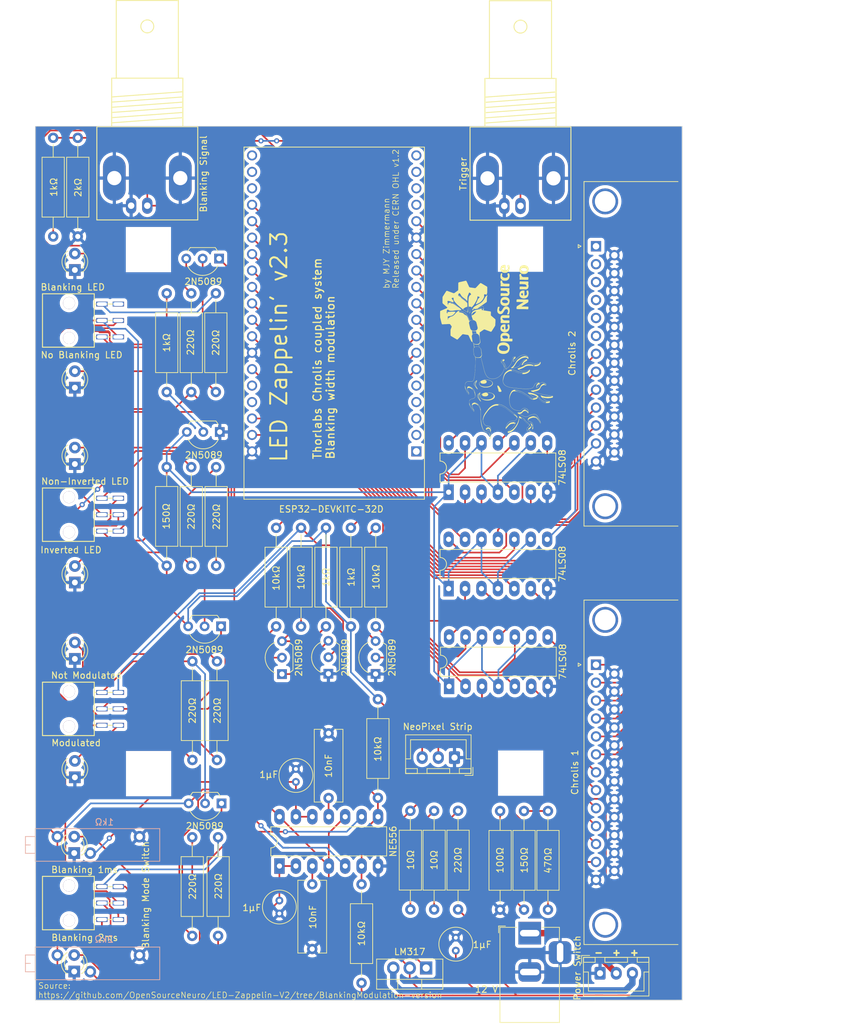
<source format=kicad_pcb>
(kicad_pcb (version 20221018) (generator pcbnew)
  (layers (0 "F.Cu" signal) (31 "B.Cu" signal) (34 "B.Paste" user) (35 "F.Paste" user) (36 "B.SilkS" user "B.Silkscreen") (37 "F.SilkS" user "F.Silkscreen") (38 "B.Mask" user) (39 "F.Mask" user) (44 "Edge.Cuts" user))
  (net 0 "")
  (net 1 "GNDREF")
  (net 2 "Net-(D1-A)")
  (net 3 "Net-(D2-A)")
  (net 4 "Net-(D3-A)")
  (net 5 "Net-(D4-A)")
  (net 6 "BlankingSignal")
  (net 7 "Trigger")
  (net 8 "GPIO15")
  (net 9 "GPIO02")
  (net 10 "GPIO00")
  (net 11 "GPIO04")
  (net 12 "GPIO16")
  (net 13 "GPIO17")
  (net 14 "GPIO Input 6")
  (net 15 "GPIO Input 5")
  (net 16 "GPIO Input 4")
  (net 17 "GPIO Input 3")
  (net 18 "GPIO Input 2")
  (net 19 "GPIO Input 1")
  (net 26 "GPIO Input 12")
  (net 27 "GPIO Input 11")
  (net 28 "GPIO Input 10")
  (net 29 "GPIO Input 9")
  (net 30 "GPIO Input 8")
  (net 31 "GPIO Input 7")
  (net 32 "NeoPixel")
  (net 33 "3.3V")
  (net 34 "Net-(D5-A)")
  (net 35 "Blanking")
  (net 36 "Net-(Q1-B)")
  (net 37 "Net-(SW1-C-Pad3)")
  (net 38 "Net-(R4-Pad2)")
  (net 39 "5V")
  (net 40 "Net-(R6-Pad2)")
  (net 41 "Net-(R7-Pad2)")
  (net 42 "Net-(R8-Pad2)")
  (net 43 "Net-(Q2-E)")
  (net 44 "Net-(Q2-B)")
  (net 45 "Net-(U1-IO35)")
  (net 46 "Net-(U5-ADJ)")
  (net 49 "GPIO25")
  (net 50 "GPIO26")
  (net 51 "GPIO27")
  (net 52 "GPIO28")
  (net 53 "GPIO12")
  (net 54 "GPIO13")
  (net 58 "GPIO23")
  (net 59 "GPIO22")
  (net 62 "GPIO21")
  (net 63 "GPIO19")
  (net 64 "GPIO18")
  (net 65 "GPIO05")
  (net 72 "Net-(D6-A)")
  (net 73 "+12V")
  (net 74 "Net-(Q3-E)")
  (net 75 "Net-(Q5-E)")
  (net 76 "Net-(Q5-B)")
  (net 77 "Net-(Q6-B)")
  (net 78 "Net-(Q7-B)")
  (net 79 "Net-(Q7-C)")
  (net 80 "Net-(U7A-CV)")
  (net 81 "Net-(R12-Pad2)")
  (net 82 "BlankingToModulate")
  (net 83 "BlankingModulated")
  (net 84 "Net-(U7A-DIS)")
  (net 85 "Net-(U7B-CV)")
  (net 86 "Net-(U7B-DIS)")
  (net 87 "Net-(D7-A)")
  (net 88 "Net-(D8-A)")
  (net 89 "Net-(Q4-E)")
  (net 90 "Net-(Q4-B)")
  (net 91 "Net-(R14-Pad2)")
  (net 92 "Net-(R21-Pad2)")
  (net 93 "BlankingModulated_1ms")
  (net 94 "BlankingModulated_2ms")
  (net 96 "Net-(Q5-C)")
  (net 97 "Net-(R22-Pad1)")
  (net 98 "Net-(R10-Pad2)")
  (net 99 "Net-(R22-Pad2)")
  (net 100 "Net-(R24-Pad1)")
  (net 101 "Net-(J7-Pin_2)")
  (footprint "Resistor_THT:R_Axial_DIN0309_L9.0mm_D3.2mm_P15.24mm_Horizontal" (layer "F.Cu") (at 78.075 147.895 90)
    (fp_text reference "R12")
    (fp_text value "220Ω")
  )
  (footprint "Package_TO_SOT_THT:TO-92L_Inline_Wide" (layer "F.Cu") (at 78.7 127.25 180)
    (fp_text reference "Q3")
    (fp_text value "2N5089")
  )
  (footprint "Module:MODULE_ESP32-DEVKITC-32D" (layer "F.Cu") (at 96.2 80.46 180)
    (fp_text reference "U1")
    (fp_text value "ESP32-DEVKITC-32D")
  )
  (footprint "LED_THT:LED_D3.0mm" (layer "F.Cu") (at 56 180.575 90)
    (fp_text reference "D7")
    (fp_text value "Blanking 2ms")
  )
  (footprint "Capacitor_THT:C_Radial_D5.0mm_H5.0mm_P2.00mm" (layer "F.Cu") (at 115 177.35 90)
    (fp_text reference "C1")
    (fp_text value "1μF")
  )
  (footprint "LED_THT:LED_D3.0mm" (layer "F.Cu") (at 56.1 120.475 90)
    (fp_text reference "D3")
    (fp_text value "Inverted LED")
  )
  (footprint "Maxime:maxi_DPDT_Angled" (layer "F.Cu") (at 51.1 140 -90)
    (fp_text reference "SW3" hide)
    (fp_text value "BlankingModulation Switch")
  )
  (footprint "Connector_JST:JST_XH_B3B-XH-A_1x03_P2.50mm_Vertical" (layer "F.Cu") (at 114.8 147.525 180)
    (fp_text reference "J5")
    (fp_text value "NeoPixel Strip")
  )
  (footprint "MountingHole:MountingHole_3mm" (layer "F.Cu") (at 125 69)
    (fp_text reference "H2")
    (fp_text value "MountingHole")
  )
  (footprint "MountingHole:MountingHole_3mm" (layer "F.Cu") (at 67.5 69)
    (fp_text reference "H1")
    (fp_text value "MountingHole")
  )
  (footprint "Resistor_THT:R_Axial_DIN0309_L9.0mm_D3.2mm_P15.24mm_Horizontal" (layer "F.Cu") (at 94.925 127.27 90)
    (fp_text reference "R17")
    (fp_text value "1kΩ")
  )
  (footprint "Resistor_THT:R_Axial_DIN0309_L9.0mm_D3.2mm_P15.24mm_Horizontal" (layer "F.Cu") (at 115.35 170.99 90)
    (fp_text reference "R9")
    (fp_text value "220Ω")
  )
  (footprint "LED_THT:LED_D3.0mm" (layer "F.Cu") (at 56.1 132.275 90)
    (fp_text reference "D6")
    (fp_text value "Not Modulated")
  )
  (footprint "Maxime:maxi_DPDT_Angled" (layer "F.Cu") (at 51.1 80 -90)
    (fp_text reference "SW1" hide)
    (fp_text value "Blanking Switch")
  )
  (footprint "Resistor_THT:R_Axial_DIN0309_L9.0mm_D3.2mm_P15.24mm_Horizontal" (layer "F.Cu") (at 77.9 91.05 90)
    (fp_text reference "R4")
    (fp_text value "220Ω")
  )
  (footprint "Maxime:maxi_DPDT_Angled" (layer "F.Cu") (at 51.1 110 -90)
    (fp_text reference "SW2" hide)
    (fp_text value "Blanking Inverter Switch")
  )
  (footprint "Package_TO_SOT_THT:TO-92L_Inline_Wide" (layer "F.Cu") (at 88.125 134.625 90)
    (fp_text reference "Q5")
    (fp_text value "2N5089")
  )
  (footprint "Connector_BarrelJack:BarrelJack_Horizontal" (layer "F.Cu") (at 126.425 174.65 90)
    (fp_text reference "J6")
    (fp_text value "12 V")
  )
  (footprint "Resistor_THT:R_Axial_DIN0309_L9.0mm_D3.2mm_P15.24mm_Horizontal" (layer "F.Cu") (at 74.275 147.895 90)
    (fp_text reference "R11")
    (fp_text value "220Ω")
  )
  (footprint "Resistor_THT:R_Axial_DIN0309_L9.0mm_D3.2mm_P15.24mm_Horizontal" (layer "F.Cu") (at 74.25 175.07 90)
    (fp_text reference "R21")
    (fp_text value "220Ω")
  )
  (footprint "LED_THT:LED_D3.0mm" (layer "F.Cu") (at 56.1 72.2 90)
    (fp_text reference "D1")
    (fp_text value "Blanking LED")
  )
  (footprint "Package_TO_SOT_THT:TO-92L_Inline_Wide" (layer "F.Cu") (at 102.6 134.605 90)
    (fp_text reference "Q7")
    (fp_text value "2N5089")
  )
  (footprint "Resistor_THT:R_Axial_DIN0309_L9.0mm_D3.2mm_P15.24mm_Horizontal" (layer "F.Cu") (at 98.775 127.27 90)
    (fp_text reference "R18")
    (fp_text value "1kΩ")
  )
  (footprint "Resistor_THT:R_Axial_DIN0309_L9.0mm_D3.2mm_P15.24mm_Horizontal" (layer "F.Cu") (at 74.1 75.81 -90)
    (fp_text reference "R3")
    (fp_text value "220Ω")
  )
  (footprint "Package_TO_SOT_THT:TO-220-3_Vertical" (layer "F.Cu") (at 110.415 180.03 180)
    (fp_text reference "U5")
    (fp_text value "LM317")
  )
  (footprint "Package_TO_SOT_THT:TO-92L_Inline_Wide" (layer "F.Cu") (at 78.775 154.6 180)
    (fp_text reference "Q4")
    (fp_text value "2N5089")
  )
  (footprint "Resistor_THT:R_Axial_DIN0309_L9.0mm_D3.2mm_P15.24mm_Horizontal" (layer "F.Cu") (at 111.65 170.995 90)
    (fp_text reference "R22")
    (fp_text value "10Ω")
  )
  (footprint "Resistor_THT:R_Axial_DIN0309_L9.0mm_D3.2mm_P15.24mm_Horizontal" (layer "F.Cu") (at 102.955 138.51 -90)
    (fp_text reference "R13")
    (fp_text value "10kΩ")
  )
  (footprint "Maxime:maxi_DPDT_Angled" (layer "F.Cu") (at 51.1 170 -90)
    (fp_text reference "SW4" hide)
    (fp_text value "Blanking Mode Switch")
  )
  (footprint "Resistor_THT:R_Axial_DIN0309_L9.0mm_D3.2mm_P15.24mm_Horizontal" (layer "F.Cu") (at 129.25 171.02 90)
    (fp_text reference "R10")
    (fp_text value "470Ω")
  )
  (footprint "Resistor_THT:R_Axial_DIN0309_L9.0mm_D3.2mm_P15.24mm_Horizontal" (layer "F.Cu") (at 121.85 171.02 90)
    (fp_text reference "R25")
    (fp_text value "100Ω")
  )
  (footprint "MountingHole:MountingHole_3mm" (layer "F.Cu") (at 125 150)
    (fp_text reference "H4")
    (fp_text value "MountingHole")
  )
  (footprint "Maxime:Spiky175h" (layer "F.Cu") (at 121.275577 85.262321 90)
    (fp_text reference "G***")
    (fp_text value "LOGO" hide)
  )
  (footprint "Capacitor_THT:C_Rect_L11.0mm_W4.2mm_P10.00mm_MKT" (layer "F.Cu") (at 95.33 153.775 90)
    (fp_text reference "C4")
    (fp_text value "10nF")
  )
  (footprint "Connector_Dsub:DSUB-25_Female_Horizontal_P2.77x2.84mm_EdgePinOffset9.90mm_Housed_MountingHolesOffset11.32mm" (layer "F.Cu") (at 136.68 133.18 90)
    (fp_text reference "J3")
    (fp_text value "Chrolis 1")
  )
  (footprint "Maxime:BNC_Socket_TYCO-AMP_LargePads" (layer "F.Cu") (at 67.29968 57.2634)
    (fp_text reference "J1")
    (fp_text value "Blanking Signal")
  )
  (footprint "Package_DIP:DIP-14_W7.62mm_LongPads" (layer "F.Cu") (at 113.965 136.525 90)
    (fp_text reference "U2")
    (fp_text value "74LS08")
  )
  (footprint "Package_DIP:DIP-14_W7.62mm_LongPads" (layer "F.Cu") (at 113.89 106.525 90)
    (fp_text reference "U4")
    (fp_text value "74LS08")
  )
  (footprint "Capacitor_THT:C_Radial_D5.0mm_H5.0mm_P2.00mm" (layer "F.Cu") (at 90.275 149.285 -90)
    (fp_text reference "C5")
    (fp_text value "1μF")
  )
  (footprint "Connector_JST:JST_XH_B3B-XH-A_1x03_P2.50mm_Vertical" (layer "F.Cu") (at 137.3 180.85)
    (fp_text reference "J7")
    (fp_text value "Power Switch")
  )
  (footprint "Resistor_THT:R_Axial_DIN0309_L9.0mm_D3.2mm_P15.24mm_Horizontal" (layer "F.Cu") (at 78.25 175.07 90)
    (fp_text reference "R14")
    (fp_text value "220Ω")
  )
  (footprint "Resistor_THT:R_Axial_DIN0309_L9.0mm_D3.2mm_P15.24mm_Horizontal" (layer "F.Cu") (at 125.55 171.02 90)
    (fp_text reference "R24")
    (fp_text value "150Ω")
  )
  (footprint "Package_DIP:DIP-14_W7.62mm_LongPads" (layer "F.Cu") (at 87.735 164.28 90)
    (fp_text reference "U7")
    (fp_text value "NE556")
  )
  (footprint "Resistor_THT:R_Axial_DIN0309_L9.0mm_D3.2mm_P15.24mm_Horizontal" (layer "F.Cu") (at 91.075 127.27 90)
    (fp_text reference "R16")
    (fp_text value "10kΩ")
  )
  (footprint "MountingHole:MountingHole_3mm" (layer "F.Cu") (at 67.5 150)
    (fp_text reference "H3")
    (fp_text value "MountingHole")
  )
  (footprint "Resistor_THT:R_Axial_DIN0309_L9.0mm_D3.2mm_P15.24mm_Horizontal" (layer "F.Cu") (at 77.95 117.895 90)
    (fp_text reference "R8")
    (fp_text value "220Ω")
  )
  (footprint "Package_DIP:DIP-14_W7.62mm_LongPads" (layer "F.Cu") (at 113.89 121.425 90)
    (fp_text reference "U3")
    (fp_text value "74LS08")
  )
  (footprint "Package_TO_SOT_THT:TO-92L_Inline_Wide" (layer "F.Cu") (at 95.3 134.565 90)
    (fp_text reference "Q6")
    (fp_text value "2N5089")
  )
  (footprint "Connector_Dsub:DSUB-25_Female_Horizontal_P2.77x2.84mm_EdgePinOffset9.90mm_Housed_MountingHolesOffset11.32mm" (layer "F.Cu") (at 136.68 68.53 90)
    (fp_text reference "J4")
    (fp_text value "Chrolis 2")
  )
  (footprint "Resistor_THT:R_Axial_DIN0309_L9.0mm_D3.2mm_P15.24mm_Horizontal" (layer "F.Cu") (at 74.1 117.895 90)
    (fp_text reference "R7")
    (fp_text value "220Ω")
  )
  (footprint "Resistor_THT:R_Axial_DIN0309_L9.0mm_D3.2mm_P15.24mm_Horizontal" (layer "F.Cu") (at 70.3 102.645 -90)
    (fp_text reference "R5")
    (fp_text value "150Ω")
  )
  (footprint "Package_TO_SOT_THT:TO-92L_Inline_Wide" (layer "F.Cu") (at 78.4 70.435 180)
    (fp_text reference "Q2")
    (fp_text value "2N5089")
  )
  (footprint "Resistor_THT:R_Axial_DIN0309_L9.0mm_D3.2mm_P15.24mm_Horizontal" (layer "F.Cu") (at 70.3 91.05 90)
    (fp_text reference "R6")
    (fp_text value "1kΩ")
  )
  (footprint "Resistor_THT:R_Axial_DIN0309_L9.0mm_D3.2mm_P15.24mm_Horizontal" (layer "F.Cu") (at 52.75 67.02 90)
    (fp_text reference "R1")
    (fp_text value "1kΩ")
  )
  (footprint "LED_THT:LED_D3.0mm" (layer "F.Cu") (at 56 162.275 90)
    (fp_text reference "D8")
    (fp_text value "Blanking 1ms")
  )
  (footprint "Capacitor_THT:C_Rect_L11.0mm_W4.2mm_P10.00mm_MKT" (layer "F.Cu") (at 92.8 167.1 -90)
    (fp_text reference "C2")
    (fp_text value "10nF")
  )
  (footprint "Resistor_THT:R_Axial_DIN0309_L9.0mm_D3.2mm_P15.24mm_Horizontal" (layer "F.Cu") (at 102.625 127.27 90)
    (fp_text reference "R19")
    (fp_text value "10kΩ")
  )
  (footprint "Maxime:BNC_Socket_TYCO-AMP_LargePads" (layer "F.Cu") (at 125 57.3)
    (fp_text reference "J2")
    (fp_text value "Trigger")
  )
  (footprint "LED_THT:LED_D3.0mm" (layer "F.Cu") (at 56.1 90.375 90)
    (fp_text reference "D2")
    (fp_text value "No Blanking LED")
  )
  (footprint "Resistor_THT:R_Axial_DIN0309_L9.0mm_D3.2mm_P15.24mm_Horizontal" (layer "F.Cu") (at 87.225 127.27 90)
    (fp_text reference "R15")
    (fp_text value "10kΩ")
  )
  (footprint "Capacitor_THT:C_Radial_D5.0mm_H5.0mm_P2.00mm" (layer "F.Cu") (at 87.725 171.61 90)
    (fp_text reference "C3")
    (fp_text value "1μF")
  )
  (footprint "Package_TO_SOT_THT:TO-92L_Inline_Wide" (layer "F.Cu") (at 78.5 97.225 180)
    (fp_text reference "Q1")
    (fp_text value "2N5089")
  )
  (footprint "Resistor_THT:R_Axial_DIN0309_L9.0mm_D3.2mm_P15.24mm_Horizontal" (layer "F.Cu") (at 107.975 170.99 90)
    (fp_text reference "R23")
    (fp_text value "10Ω")
  )
  (footprint "Resistor_THT:R_Axial_DIN0309_L9.0mm_D3.2mm_P15.24mm_Horizontal" (layer "F.Cu") (at 56.55 67.02 90)
    (fp_text reference "R2")
    (fp_text value "2kΩ")
  )
  (footprint "Resistor_THT:R_Axial_DIN0309_L9.0mm_D3.2mm_P15.24mm_Horizontal" (layer "F.Cu") (at 100.425 182.34 90)
    (fp_text reference "R20")
    (fp_text value "10kΩ")
  )
  (footprint "LED_THT:LED_D3.0mm" (layer "F.Cu") (at 56.1 102.175 90)
    (fp_text reference "D4")
    (fp_text value "Non-Inverted LED")
  )
  (footprint "LED_THT:LED_D3.0mm" (layer "F.Cu") (at 56.1 150.575 90)
    (fp_text reference "D5")
    (fp_text value "Modulated")
  )
  (footprint "Potentiometer_THT:Potentiometer_Vishay_43_Horizontal" (layer "B.Cu") (at 66.1 178.05)
    (fp_text reference "RV1")
    (fp_text value "2kΩ")
  )
  (footprint "Potentiometer_THT:Potentiometer_Vishay_43_Horizontal" (layer "B.Cu") (at 66.1 159.75)
    (fp_text reference "RV2")
    (fp_text value "1kΩ")
  )
  (gr_rect (start 50 50) (end 150 185) (stroke (width 0.1)) (fill none) (layer "Edge.Cuts"))
  (gr_text "by MJY Zimmermann\nReleased under CERN OHL v1.2" (at 105 75.15 90) (layer "F.SilkS") (effects (font (size 0.9 0.9) (thickness 0.1)) (justify left)))
  (gr_text "-  +  +" (at 136.3 178.225) (layer "F.SilkS") (effects (font (size 1 1) (thickness 0.25) bold) (justify left bottom)))
  (gr_text "Source:\nhttps://github.com/OpenSourceNeuro/LED-Zappelin-V2/tree/BlankingModulation-version" (at 50.375 183.5) (layer "F.SilkS") (effects (font (size 0.9 0.9) (thickness 0.1)) (justify left)))
  (gr_text "LED Zappelin' v2.3\n" (at 87.65 84.05 90) (layer "F.SilkS") (effects (font (size 2.5 2.5) (thickness 0.3))))
  (gr_text "Thorlabs Chrolis coupled system\nBlanking width modulation" (at 94.6 101.55 90) (layer "F.SilkS") (effects (font (size 1.25 1.25) (thickness 0.2)) (justify left)))
  (segment (start 72.615 74.325) (end 62.45 74.325) (width 0.25) (layer "F.Cu") (net 2))
  (segment (start 57.785 69.66) (end 56.1 69.66) (width 0.25) (layer "F.Cu") (net 2))
  (segment (start 62.45 74.325) (end 57.785 69.66) (width 0.25) (layer "F.Cu") (net 2))
  (segment (start 74.1 75.81) (end 72.615 74.325) (width 0.25) (layer "F.Cu") (net 2))
  (segment (start 56.1 87.835) (end 74.685 87.835) (width 0.25) (layer "F.Cu") (net 3))
  (segment (start 74.685 87.835) (end 77.9 91.05) (width 0.25) (layer "F.Cu") (net 3))
  (segment (start 58.21 115.825) (end 72.075 115.825) (width 0.25) (layer "F.Cu") (net 4))
  (segment (start 72.075 115.87) (end 74.1 117.895) (width 0.25) (layer "F.Cu") (net 4))
  (segment (start 56.1 117.935) (end 58.21 115.825) (width 0.25) (layer "F.Cu") (net 4))
  (segment (start 72.075 115.825) (end 72.075 115.87) (width 0.25) (layer "F.Cu") (net 4))
  (segment (start 80.3 108.825) (end 80.3 102.25) (width 0.25) (layer "F.Cu") (net 5))
  (segment (start 77.685 99.635) (end 56.1 99.635) (width 0.25) (layer "F.Cu") (net 5))
  (segment (start 80.3 102.25) (end 77.685 99.635) (width 0.25) (layer "F.Cu") (net 5))
  (segment (start 77.95 117.895) (end 77.95 111.175) (width 0.25) (layer "F.Cu") (net 5))
  (segment (start 77.95 111.175) (end 80.3 108.825) (width 0.25) (layer "F.Cu") (net 5))
  (segment (start 73.61466 62.26466) (end 80.75 69.4) (width 0.25) (layer "F.Cu") (net 6))
  (segment (start 76.65 140) (end 62.82 140) (width 0.25) (layer "F.Cu") (net 6))
  (segment (start 80.75 135.9) (end 76.65 140) (width 0.25) (layer "F.Cu") (net 6))
  (segment (start 63.905 51.78) (end 65.525 53.4) (width 0.25) (layer "F.Cu") (net 6))
  (segment (start 56.55 51.78) (end 63.905 51.78) (width 0.25) (layer "F.Cu") (net 6))
  (segment (start 80.75 69.4) (end 80.75 135.9) (width 0.25) (layer "F.Cu") (net 6))
  (segment (start 67.29968 62.26466) (end 73.61466 62.26466) (width 0.25) (layer "F.Cu") (net 6))
  (segment (start 67.29968 55.17468) (end 67.29968 62.26466) (width 0.25) (layer "F.Cu") (net 6))
  (segment (start 52.75 51.78) (end 56.55 51.78) (width 0.25) (layer "F.Cu") (net 6))
  (segment (start 65.525 53.4) (end 67.29968 55.17468) (width 0.25) (layer "F.Cu") (net 6))
  (segment (start 108.9 82.44) (end 105.9475 85.3925) (width 0.25) (layer "F.Cu") (net 7))
  (segment (start 105.9475 98.529708) (end 104.852208 99.625) (width 0.25) (layer "F.Cu") (net 7))
  (segment (start 90.1 55.65) (end 93.65 52.1) (width 0.25) (layer "F.Cu") (net 7))
  (segment (start 105.9475 85.3925) (end 105.9475 98.529708) (width 0.25) (layer "F.Cu") (net 7))
  (segment (start 90.1 86.422436) (end 90.1 55.65) (width 0.25) (layer "F.Cu") (net 7))
  (segment (start 125 53.85) (end 125 62.30126) (width 0.25) (layer "F.Cu") (net 7))
  (segment (start 123.25 52.1) (end 125 53.85) (width 0.25) (layer "F.Cu") (net 7))
  (segment (start 104.852208 99.625) (end 103.302564 99.625) (width 0.25) (layer "F.Cu") (net 7))
  (segment (start 103.302564 99.625) (end 90.1 86.422436) (width 0.25) (layer "F.Cu") (net 7))
  (segment (start 93.65 52.1) (end 123.25 52.1) (width 0.25) (layer "F.Cu") (net 7))
  (segment (start 143.2 121.929416) (end 138.370584 117.1) (width 0.25) (layer "F.Cu") (net 8))
  (segment (start 139.718878 147.03) (end 143.2 143.548878) (width 0.25) (layer "F.Cu") (net 8))
  (segment (start 88.75 67.37) (end 83.5 62.12) (width 0.25) (layer "F.Cu") (net 8))
  (segment (start 109.9 114.25) (end 109.9 108.131624) (width 0.25) (layer "F.Cu") (net 8))
  (segment (start 109.9 108.131624) (end 88.75 86.981624) (width 0.25) (layer "F.Cu") (net 8))
  (segment (start 88.75 86.981624) (end 88.75 67.37) (width 0.25) (layer "F.Cu") (net 8))
  (segment (start 112.75 117.1) (end 109.9 114.25) (width 0.25) (layer "F.Cu") (net 8))
  (segment (start 136.68 147.03) (end 139.718878 147.03) (width 0.25) (layer "F.Cu") (net 8))
  (segment (start 138.370584 117.1) (end 112.75 117.1) (width 0.25) (layer "F.Cu") (net 8))
  (segment (start 143.2 143.548878) (end 143.2 121.929416) (width 0.25) (layer "F.Cu") (net 8))
  (segment (start 139.718878 144.26) (end 142.75 141.228878) (width 0.25) (layer "F.Cu") (net 9))
  (segment (start 142.75 141.228878) (end 142.75 122.115812) (width 0.25) (layer "F.Cu") (net 9))
  (segment (start 109.45 108.31802) (end 88.3 87.16802) (width 0.25) (layer "F.Cu") (net 9))
  (segment (start 88.3 87.16802) (end 88.3 69.46) (width 0.25) (layer "F.Cu") (net 9))
  (segment (start 138.184188 117.55) (end 112.55698 117.55) (width 0.25) (layer "F.Cu") (net 9))
  (segment (start 109.45 114.44302) (end 109.45 108.31802) (width 0.25) (layer "F.Cu") (net 9))
  (segment (start 142.75 122.115812) (end 138.184188 117.55) (width 0.25) (layer "F.Cu") (net 9))
  (segment (start 112.55698 117.55) (end 109.45 114.44302) (width 0.25) (layer "F.Cu") (net 9))
  (segment (start 136.68 144.26) (end 139.718878 144.26) (width 0.25) (layer "F.Cu") (net 9))
  (segment (start 88.3 69.46) (end 83.5 64.66) (width 0.25) (layer "F.Cu") (net 9))
  (segment (start 137.997792 118) (end 112.370584 118) (width 0.25) (layer "F.Cu") (net 10))
  (segment (start 109 108.504416) (end 87.85 87.354416) (width 0.25) (layer "F.Cu") (net 10))
  (segment (start 139.718878 141.49) (end 142.3 138.908878) (width 0.25) (layer "F.Cu") (net 10))
  (segment (start 136.68 141.49) (end 139.718878 141.49) (width 0.25) (layer "F.Cu") (net 10))
  (segment (start 142.3 138.908878) (end 142.3 122.302208) (width 0.25) (layer "F.Cu") (net 10))
  (segment (start 87.85 71.55) (end 83.5 67.2) (width 0.25) (layer "F.Cu") (net 10))
  (segment (start 142.3 122.302208) (end 137.997792 118) (width 0.25) (layer "F.Cu") (net 10))
  (segment (start 109 114.629416) (end 109 108.504416) (width 0.25) (layer "F.Cu") (net 10))
  (segment (start 112.370584 118) (end 109 114.629416) (width 0.25) (layer "F.Cu") (net 10))
  (segment (start 87.85 87.354416) (end 87.85 71.55) (width 0.25) (layer "F.Cu") (net 10))
  (segment (start 108.55 108.690812) (end 87.4 87.540812) (width 0.25) (layer "F.Cu") (net 11))
  (segment (start 136.68 138.72) (end 139.83 138.72) (width 0.25) (layer "F.Cu") (net 11))
  (segment (start 141.85 122.488604) (end 137.811396 118.45) (width 0.25) (layer "F.Cu") (net 11))
  (segment (start 108.55 114.815812) (end 108.55 108.690812) (width 0.25) (layer "F.Cu") (net 11))
  (segment (start 137.811396 118.45) (end 112.184188 118.45) (width 0.25) (layer "F.Cu") (net 11))
  (segment (start 141.85 136.7) (end 141.85 122.488604) (width 0.25) (layer "F.Cu") (net 11))
  (segment (start 139.83 138.72) (end 141.85 136.7) (width 0.25) (layer "F.Cu") (net 11))
  (segment (start 87.4 87.540812) (end 87.4 73.64) (width 0.25) (layer "F.Cu") (net 11))
  (segment (start 87.4 73.64) (end 83.5 69.74) (width 0.25) (layer "F.Cu") (net 11))
  (segment (start 112.184188 118.45) (end 108.55 114.815812) (width 0.25) (layer "F.Cu") (net 11))
  (segment (start 108.070406 114.972614) (end 108.070406 108.847614) (width 0.25) (layer "F.Cu") (net 12))
  (segment (start 136.68 135.95) (end 140.6 135.95) (width 0.25) (layer "F.Cu") (net 12))
  (segment (start 86.95 87.727208) (end 86.95 75.73) (width 0.25) (layer "F.Cu") (net 12))
  (segment (start 137.625 118.9) (end 111.997792 118.9) (width 0.25) (layer "F.Cu") (net 12))
  (segment (start 86.95 75.73) (end 83.5 72.28) (width 0.25) (layer "F.Cu") (net 12))
  (segment (start 141.4 122.675) (end 137.625 118.9) (width 0.25) (layer "F.Cu") (net 12))
  (segment (start 108.070406 108.847614) (end 86.95 87.727208) (width 0.25) (layer "F.Cu") (net 12))
  (segment (start 111.997792 118.9) (end 108.070406 114.972614) (width 0.25) (layer "F.Cu") (net 12))
  (segment (start 141.4 135.15) (end 141.4 122.675) (width 0.25) (layer "F.Cu") (net 12))
  (segment (start 140.6 135.95) (end 141.4 135.15) (width 0.25) (layer "F.Cu") (net 12))
  (segment (start 136.68 133.18) (end 139.095 133.18) (width 0.25) (layer "F.Cu") (net 13))
  (segment (start 107.620406 109.03401) (end 86.5 87.913604) (width 0.25) (layer "F.Cu") (net 13))
  (segment (start 86.5 87.913604) (end 86.5 77.82) (width 0.25) (layer "F.Cu") (net 13))
  (segment (start 139.095 133.18) (end 140.95 131.325) (width 0.25) (layer "F.Cu") (net 13))
  (segment (start 137.438604 119.35) (end 111.811396 119.35) (width 0.25) (layer "F.Cu") (net 13))
  (segment (start 107.620406 115.15901) (end 107.620406 109.03401) (width 0.25) (layer "F.Cu") (net 13))
  (segment (start 86.5 77.82) (end 83.5 74.82) (width 0.25) (layer "F.Cu") (net 13))
  (segment (start 111.811396 119.35) (end 107.620406 115.15901) (width 0.25) (layer "F.Cu") (net 13))
  (segment (start 140.95 131.325) (end 140.95 122.861396) (width 0.25) (layer "F.Cu") (net 13))
  (segment (start 140.95 122.861396) (end 137.438604 119.35) (width 0.25) (layer "F.Cu") (net 13))
  (segment (start 126.59 121.425) (end 133.3 128.135) (width 0.25) (layer "F.Cu") (net 14))
  (segment (start 133.3 146.42) (end 136.68 149.8) (width 0.25) (layer "F.Cu") (net 14))
  (segment (start 133.3 128.135) (end 133.3 146.42) (width 0.25) (layer "F.Cu") (net 14))
  (segment (start 132.85 148.74) (end 136.68 152.57) (width 0.25) (layer "F.Cu") (net 15))
  (segment (start 123.67 126.125) (end 130.653604 126.125) (width 0.25) (layer "F.Cu") (net 15))
  (segment (start 130.653604 126.125) (end 132.85 128.321396) (width 0.25) (layer "F.Cu") (net 15))
  (segment (start 118.97 121.425) (end 123.67 126.125) (width 0.25) (layer "F.Cu") (net 15))
  (segment (start 132.85 128.321396) (end 132.85 148.74) (width 0.25) (layer "F.Cu") (net 15))
  (segment (start 121.585 128.905) (end 123.465 127.025) (width 0.25) (layer "F.Cu") (net 16))
  (segment (start 123.465 127.025) (end 130.280812 127.025) (width 0.25) (layer "F.Cu") (net 16))
  (segment (start 130.280812 127.025) (end 131.95 128.694188) (width 0.25) (layer "F.Cu") (net 16))
  (segment (start 131.95 128.694188) (end 131.95 150.61) (width 0.25) (layer "F.Cu") (net 16))
  (segment (start 131.95 150.61) (end 136.68 155.34) (width 0.25) (layer "F.Cu") (net 16))
  (segment (start 131.5 152.93) (end 136.68 158.11) (width 0.25) (layer "F.Cu") (net 17))
  (segment (start 131.5 131.2) (end 131.5 152.93) (width 0.25) (layer "F.Cu") (net 17))
  (segment (start 129.205 128.905) (end 131.5 131.2) (width 0.25) (layer "F.Cu") (net 17))
  (segment (start 136.68 160.88) (end 128.725 152.925) (width 0.25) (layer "F.Cu") (net 18))
  (segment (start 128.725 152.925) (end 128.725 138.585) (width 0.25) (layer "F.Cu") (net 18))
  (segment (start 128.725 138.585) (end 126.665 136.525) (width 0.25) (layer "F.Cu") (net 18))
  (segment (start 119.045 152.445) (end 119.045 136.525) (width 0.25) (layer "F.Cu") (net 19))
  (segment (start 124.025 154.55) (end 123.2 153.725) (width 0.25) (layer "F.Cu") (net 19))
  (segment (start 131.573222 163.65) (end 124.025 156.101778) (width 0.25) (layer "F.Cu") (net 19))
  (segment (start 124.025 156.101778) (end 124.025 154.55) (width 0.25) (layer "F.Cu") (net 19))
  (segment (start 136.68 163.65) (end 131.573222 163.65) (width 0.25) (layer "F.Cu") (net 19))
  (segment (start 123.2 153.725) (end 120.325 153.725) (width 0.25) (layer "F.Cu") (net 19))
  (segment (start 120.325 153.725) (end 119.045 152.445) (width 0.25) (layer "F.Cu") (net 19))
  (segment (start 123.515 96.9) (end 121.51 98.905) (width 0.25) (layer "F.Cu") (net 26))
  (segment (start 132.475 89.355) (end 132.475 95.25) (width 0.25) (layer "F.Cu") (net 26))
  (segment (start 130.825 96.9) (end 123.515 96.9) (width 0.25) (layer "F.Cu") (net 26))
  (segment (start 136.68 85.15) (end 132.475 89.355) (width 0.25) (layer "F.Cu") (net 26))
  (segment (start 132.475 95.25) (end 130.825 96.9) (width 0.25) (layer "F.Cu") (net 26))
  (segment (start 129.13 102.205) (end 129.13 98.905) (width 0.25) (layer "F.Cu") (net 27))
  (segment (start 132.925 102.088604) (end 132.163604 102.85) (width 0.25) (layer "F.Cu") (net 27))
  (segment (start 136.68 87.92) (end 132.925 91.675) (width 0.25) (layer "F.Cu") (net 27))
  (segment (start 132.925 91.675) (end 132.925 102.088604) (width 0.25) (layer "F.Cu") (net 27))
  (segment (start 132.163604 102.85) (end 129.775 102.85) (width 0.25) (layer "F.Cu") (net 27))
  (segment (start 129.775 102.85) (end 129.13 102.205) (width 0.25) (layer "F.Cu") (net 27))
  (segment (start 124.3 109.95) (end 125.3 108.95) (width 0.25) (layer "F.Cu") (net 28))
  (segment (start 119.925 109.95) (end 124.3 109.95) (width 0.25) (layer "F.Cu") (net 28))
  (segment (start 118.97 108.995) (end 119.925 109.95) (width 0.25) (layer "F.Cu") (net 28))
  (segment (start 126.775 103.3) (end 132.35 103.3) (width 0.25) (layer "F.Cu") (net 28))
  (segment (start 133.375 102.275) (end 133.375 93.995) (width 0.25) (layer "F.Cu") (net 28))
  (segment (start 132.35 103.3) (end 133.375 102.275) (width 0.25) (layer "F.Cu") (net 28))
  (segment (start 125.3 104.775) (end 126.775 103.3) (width 0.25) (layer "F.Cu") (net 28))
  (segment (start 118.97 106.525) (end 118.97 108.995) (width 0.25) (layer "F.Cu") (net 28))
  (segment (start 133.375 93.995) (end 136.68 90.69) (width 0.25) (layer "F.Cu") (net 28))
  (segment (start 125.3 108.95) (end 125.3 104.775) (width 0.25) (layer "F.Cu") (net 28))
  (segment (start 132.313604 110.7) (end 133.825 109.188604) (width 0.25) (layer "F.Cu") (net 29))
  (segment (start 128.1 110.7) (end 132.313604 110.7) (width 0.25) (layer "F.Cu") (net 29))
  (segment (start 126.59 109.19) (end 128.1 110.7) (width 0.25) (layer "F.Cu") (net 29))
  (segment (start 133.825 96.315) (end 136.68 93.46) (width 0.25) (layer "F.Cu") (net 29))
  (segment (start 126.59 106.525) (end 126.59 109.19) (width 0.25) (layer "F.Cu") (net 29))
  (segment (start 133.825 109.188604) (end 133.825 96.315) (width 0.25) (layer "F.Cu") (net 29))
  (segment (start 134.275 98.635) (end 136.68 96.23) (width 0.25) (layer "F.Cu") (net 30))
  (segment (start 122.7 111.15) (end 132.5 111.15) (width 0.25) (layer "F.Cu") (net 30))
  (segment (start 121.51 112.34) (end 122.7 111.15) (width 0.25) (layer "F.Cu") (net 30))
  (segment (start 134.275 109.375) (end 134.275 98.635) (width 0.25) (layer "F.Cu") (net 30))
  (segment (start 121.51 113.805) (end 121.51 112.34) (width 0.25) (layer "F.Cu") (net 30))
  (segment (start 132.5 111.15) (end 134.275 109.375) (width 0.25) (layer "F.Cu") (net 30))
  (segment (start 133.475 109.46) (end 133.475 102.205) (width 0.25) (layer "B.Cu") (net 31))
  (segment (start 133.475 102.205) (end 136.68 99) (width 0.25) (layer "B.Cu") (net 31))
  (segment (start 129.13 113.805) (end 133.475 109.46) (width 0.25) (layer "B.Cu") (net 31))
  (segment (start 82.025 52.25) (end 84.875 52.25) (width 0.25) (layer "F.Cu") (net 32))
  (segment (start 104.470406 110.34099) (end 96.102208 101.972792) (width 0.25) (layer "F.Cu") (net 32))
  (segment (start 96.102208 101.972792) (end 96.075 102) (width 0.25) (layer "F.Cu") (net 32))
  (segment (start 87.3 52.25) (end 88.675 52.25) (width 0.25) (layer "F.Cu") (net 32))
  (segment (start 106.3975 87.4825) (end 108.9 84.98) (width 0.25) (layer "F.Cu") (net 32))
  (segment (start 105.038604 100.075) (end 106.3975 98.716104) (width 0.25) (layer "F.Cu") (net 32))
  (segment (start 112.3 147.525) (end 112.3 132.956396) (width 0.25) (layer "F.Cu") (net 32))
  (segment (start 84.875 52.25) (end 84.975 52.25) (width 0.25) (layer "F.Cu") (net 32))
  (segment (start 96.075 102) (end 83.1 102) (width 0.25) (layer "F.Cu") (net 32))
  (segment (start 89.65 53.225) (end 89.65 86.608832) (width 0.25) (layer "F.Cu") (net 32))
  (segment (start 83.1 102) (end 81.2 100.1) (width 0.25) (layer "F.Cu") (net 32))
  (segment (start 89.65 86.608832) (end 103.116168 100.075) (width 0.25) (layer "F.Cu") (net 32))
  (segment (start 104.470406 125.126802) (end 104.470406 110.34099) (width 0.25) (layer "F.Cu") (net 32))
  (segment (start 112.3 132.956396) (end 104.470406 125.126802) (width 0.25) (layer "F.Cu") (net 32))
  (segment (start 103.116168 100.075) (end 105.038604 100.075) (width 0.25) (layer "F.Cu") (net 32))
  (segment (start 106.3975 98.716104) (end 106.3975 87.4825) (width 0.25) (layer "F.Cu") (net 32))
  (segment (start 81.2 53.075) (end 82.025 52.25) (width 0.25) (layer "F.Cu") (net 32))
  (segment (start 81.2 100.1) (end 81.2 53.075) (width 0.25) (layer "F.Cu") (net 32))
  (segment (start 88.675 52.25) (end 89.65 53.225) (width 0.25) (layer "F.Cu") (net 32))
  (via (at 84.875 52.25) (size 0.8) (drill 0.4) (layers "F.Cu" "B.Cu") (net 32))
  (via (at 87.3 52.25) (size 0.8) (drill 0.4) (layers "F.Cu" "B.Cu") (net 32))
  (segment (start 87.3 52.25) (end 87.325 52.25) (width 0.25) (layer "B.Cu") (net 32))
  (segment (start 87.3 52.25) (end 84.875 52.25) (width 0.25) (layer "B.Cu") (net 32))
  (segment (start 57.76 146.375) (end 72.755 146.375) (width 0.25) (layer "F.Cu") (net 34))
  (segment (start 74.275 148.03462) (end 74.275 147.895) (width 0.25) (layer "F.Cu") (net 34))
  (segment (start 72.755 146.375) (end 74.275 147.895) (width 0.25) (layer "F.Cu") (net 34))
  (segment (start 56.1 148.035) (end 57.76 146.375) (width 0.25) (layer "F.Cu") (net 34))
  (segment (start 70.3 105.06) (end 70.3 102.645) (width 0.25) (layer "F.Cu") (net 35))
  (segment (start 62.82 112.54) (end 70.3 105.06) (width 0.25) (layer "F.Cu") (net 35))
  (segment (start 119.045 128.905) (end 119.045 133.985) (width 0.25) (layer "B.Cu") (net 35))
  (segment (start 113.965 136.525) (end 113.965 133.985) (width 0.25) (layer "B.Cu") (net 35))
  (segment (start 74.18 106.525) (end 113.89 106.525) (width 0.25) (layer "B.Cu") (net 35))
  (segment (start 118.97 118.885) (end 121.51 121.425) (width 0.25) (layer "B.Cu") (net 35))
  (segment (start 121.585 136.525) (end 121.585 133.985) (width 0.25) (layer "B.Cu") (net 35))
  (segment (start 111.65 119.185) (end 111.65 134.21) (width 0.25) (layer "B.Cu") (net 35))
  (segment (start 121.51 103.985) (end 126.59 98.905) (width 0.25) (layer "B.Cu") (net 35))
  (segment (start 70.3 102.645) (end 70.3 100.345) (width 0.25) (layer "B.Cu") (net 35))
  (segment (start 119.045 133.985) (end 121.585 136.525) (width 0.25) (layer "B.Cu") (net 35))
  (segment (start 118.97 113.805) (end 118.97 118.885) (width 0.25) (layer "B.Cu") (net 35))
  (segment (start 118.97 98.905) (end 118.97 103.985) (width 0.25) (layer "B.Cu") (net 35))
  (segment (start 111.65 134.21) (end 113.965 136.525) (width 0.25) (layer "B.Cu") (net 35))
  (segment (start 113.89 103.985) (end 118.97 98.905) (width 0.25) (layer "B.Cu") (net 35))
  (segment (start 70.3 100.345) (end 73.42 97.225) (width 0.25) (layer "B.Cu") (net 35))
  (segment (start 113.89 118.885) (end 118.97 113.805) (width 0.25) (layer "B.Cu") (net 35))
  (segment (start 70.3 102.645) (end 74.18 106.525) (width 0.25) (layer "B.Cu") (net 35))
  (segment (start 121.585 133.985) (end 126.665 128.905) (width 0.25) (layer "B.Cu") (net 35))
  (segment (start 113.89 121.425) (end 113.89 118.885) (width 0.25) (layer "B.Cu") (net 35))
  (segment (start 113.89 106.525) (end 113.89 103.985) (width 0.25) (layer "B.Cu") (net 35))
  (segment (start 121.51 121.425) (end 121.51 118.885) (width 0.25) (layer "B.Cu") (net 35))
  (segment (start 111.65 108.765) (end 113.89 106.525) (width 0.25) (layer "B.Cu") (net 35))
  (segment (start 113.965 133.985) (end 119.045 128.905) (width 0.25) (layer "B.Cu") (net 35))
  (segment (start 118.97 103.985) (end 121.51 106.525) (width 0.25) (layer "B.Cu") (net 35))
  (segment (start 121.51 106.525) (end 121.51 103.985) (width 0.25) (layer "B.Cu") (net 35))
  (segment (start 113.89 121.425) (end 111.65 119.185) (width 0.25) (layer "B.Cu") (net 35))
  (segment (start 121.51 118.885) (end 126.59 113.805) (width 0.25) (layer "B.Cu") (net 35))
  (segment (start 111.65 119.185) (end 111.65 108.765) (width 0.25) (layer "B.Cu") (net 35))
  (segment (start 70.3 91.05) (end 75.96 96.71) (width 0.25) (layer "B.Cu") (net 36))
  (segment (start 75.96 96.71) (end 75.96 97.225) (width 0.25) (layer "B.Cu") (net 36))
  (segment (start 54.3 110.825) (end 55.75 110.825) (width 0.25) (layer "F.Cu") (net 37))
  (segment (start 62.525 111.7) (end 62.82 111.405) (width 0.25) (layer "F.Cu") (net 37))
  (segment (start 56.625 111.7) (end 62.525 111.7) (width 0.25) (layer "F.Cu") (net 37))
  (segment (start 55.75 110.825) (end 56.625 111.7) (width 0.25) (layer "F.Cu") (net 37))
  (segment (start 52.7 83.072792) (end 52.7 109.225) (width 0.25) (layer "F.Cu") (net 37))
  (segment (start 62.82 82.54) (end 61.48 81.2) (width 0.25) (layer "F.Cu") (net 37))
  (segment (start 54.572792 81.2) (end 52.7 83.072792) (width 0.25) (layer "F.Cu") (net 37))
  (segment (start 61.48 81.2) (end 54.572792 81.2) (width 0.25) (layer "F.Cu") (net 37))
  (segment (start 62.82 111.405) (end 62.82 110) (width 0.25) (layer "F.Cu") (net 37))
  (segment (start 52.7 109.225) (end 54.3 110.825) (width 0.25) (layer "F.Cu") (net 37))
  (segment (start 77.9 75.81) (end 74.96 78.75) (width 0.25) (layer "B.Cu") (net 38))
  (segment (start 61.57 78.75) (end 60.28 77.46) (width 0.25) (layer "B.Cu") (net 38))
  (segment (start 74.96 78.75) (end 61.57 78.75) (width 0.25) (layer "B.Cu") (net 38))
  (segment (start 144.275 111.6) (end 148.4 115.725) (width 0.25) (layer "F.Cu") (net 39))
  (segment (start 116.345 96.45) (end 130.638604 96.45) (width 0.25) (layer "F.Cu") (net 39))
  (segment (start 57.201326 68.43993) (end 52.21493 68.43993) (width 0.25) (layer "F.Cu") (net 39))
  (segment (start 136.625 184.275) (end 141 184.275) (width 0.25) (layer "F.Cu") (net 39))
  (segment (start 53.4 159.75) (end 51.8 158.15) (width 0.25) (layer "F.Cu") (net 39))
  (segment (start 73.32 70.435) (end 73.32 72.983604) (width 0.25) (layer "F.Cu") (net 39))
  (segment (start 138.2 154.525) (end 138.2 169.2) (width 0.25) (layer "F.Cu") (net 39))
  (segment (start 115 177.35) (end 115 180.45) (width 0.25) (layer "F.Cu") (net 39))
  (segment (start 79.5 184.225) (end 79.425 184.3) (width 0.25) (layer "F.Cu") (net 39))
  (segment (start 123.525 111.6) (end 144.275 111.6) (width 0.25) (layer "F.Cu") (net 39))
  (segment (start 105.7 177.855) (end 107.875 180.03) (width 0.25) (layer "F.Cu") (net 39))
  (segment (start 130.467208 126.575) (end 132.4 128.507792) (width 0.25) (layer "F.Cu") (net 39))
  (segment (start 132.4 128.507792) (end 132.4 150.423604) (width 0.25) (layer "F.Cu") (net 39))
  (segment (start 50.375 51.913604) (end 50.375 53.325) (width 0.25) (layer "F.Cu") (net 39))
  (segment (start 135.875835 153.899439) (end 137.574439 153.899439) (width 0.25) (layer "F.Cu") (net 39))
  (segment (start 95.355 164.28) (end 87.735 156.66) (width 0.25) (layer "F.Cu") (net 39))
  (segment (start 113.89 98.905) (end 116.345 96.45) (width 0.25) (layer "F.Cu") (net 39))
  (segment (start 141 184.275) (end 147.3 184.275) (width 0.25) (layer "F.Cu") (net 39))
  (segment (start 121.75 115.85) (end 122.8 114.8) (width 0.25) (layer "F.Cu") (net 39))
  (segment (start 122.8 114.8) (end 122.8 112.325) (width 0.25) (layer "F.Cu") (net 39))
  (segment (start 75.845 152.45) (end 83.525 152.45) (width 0.25) (layer "F.Cu") (net 39))
  (segment (start 113.89 113.805) (end 115.935 115.85) (width 0.25) (layer "F.Cu") (net 39))
  (segment (start 50.375 66.6) (end 50.375 60.975) (width 0.25) (layer "F.Cu") (net 39))
  (segment (start 137.455 50.205) (end 52.104726 50.205) (width 0.25) (layer "F.Cu") (net 39))
  (segment (start 73.32 72.983604) (end 72.428604 73.875) (width 0.25) (layer "F.Cu") (net 39))
  (segment (start 124.675 184.275) (end 124.425 184.275) (width 0.25) (layer "F.Cu") (net 39))
  (segment (start 109.8 145.355) (end 109.8 147.525) (width 0.25) (layer "F.Cu") (net 39))
  (segment (start 70.3 123.93) (end 73.62 127.25) (width 0.25) (layer "F.Cu") (net 39))
  (segment (start 115.0875 180.5375) (end 118.825 184.275) (width 0.25) (layer "F.Cu") (net 39))
  (segment (start 50.375 60.975) (end 50.375 54.525) (width 0.25) (layer "F.Cu") (net 39))
  (segment (start 136.625 184.275) (end 137.725 184.275) (width 0.25) (layer "F.Cu") (net 39))
  (segment (start 121.225 176.865) (end 115.35 170.99) (width 0.25) (layer "F.Cu") (net 39))
  (segment (start 53.4 178.05) (end 53.4 159.75) (width 0.25) (layer "F.Cu") (net 39))
  (segment (start 116.295 126.575) (end 130.467208 126.575) (width 0.25) (layer "F.Cu") (net 39))
  (segment (start 148.4 115.725) (end 148.4 179.4) (width 0.25) (layer "F.Cu") (net 39))
  (segment (start 105.1725 140.7275) (end 105.7 141.255) (width 0.25) (layer "F.Cu") (net 39))
  (segment (start 148.4 183.175) (end 147.7 183.875) (width 0.25) (layer "F.Cu") (net 39))
  (segment (start 142.2 66.45) (end 148.4 72.65) (width 0.25) (layer "F.Cu") (net 39))
  (segment (start 51.8 83.025) (end 51.8 71.45) (width 0.25) (layer "F.Cu") (net 39))
  (segment (start 70.3 117.885) (end 70.3 123.93) (width 0.25) (layer "F.Cu") (net 39))
  (segment (start 135.025 66.45) (end 142.2 66.45) (width 0.25) (layer "F.Cu") (net 39))
  (segment (start 53.4 178.05) (end 53.4 182.55) (width 0.25) (layer "F.Cu") (net 39))
  (segment (start 95.355 164.28) (end 95.355 181.98) (width 0.25) (layer "F.Cu") (net 39))
  (segment (start 118.825 184.275) (end 124.675 184.275) (width 0.25) (layer "F.Cu") (net 39))
  (segment (start 97.6 184.225) (end 79.5 184.225) (width 0.25) (layer "F.Cu") (net 39))
  (segment (start 51.8 158.15) (end 51.8 83.025) (width 0.25) (layer "F.Cu") (net 39))
  (segment (start 115 180.45) (end 115.0875 180.5375) (width 0.25) (layer "F.Cu") (net 39))
  (segment (start 148.4 61.15) (end 137.455 50.205) (width 0.25) (layer "F.Cu") (net 39))
  (segment (start 110.275 184.275) (end 104.15 184.275) (width 0.25) (layer "F.Cu") (net 39))
  (segment (start 52.104726 50.205) (end 51.529863 50.779863) (width 0.25) (layer "F.Cu") (net 39))
  (segment (start 83.525 152.45) (end 87.735 156.66) (width 0.25) (layer "F.Cu") (net 39))
  (segment (start 55.15 184.3) (end 53.4 182.55) (width 0.25) (layer "F.Cu") (net 39))
  (segment (start 132.4 150.423604) (end 135.875835 153.899439) (width 0.25) (layer "F.Cu") (net 39))
  (segment (start 51.529863 50.779863) (end 51.508741 50.779863) (width 0.25) (layer "F.Cu") (net 39))
  (segment (start 138.2 169.2) (end 148.4 179.4) (width 0.25) (layer "F.Cu") (net 39))
  (segment (start 122.8 112.325) (end 123.525 111.6) (width 0.25) (layer "F.Cu") (net 39))
  (segment (start 100.425 183.55) (end 101.1 184.225) (width 0.25) (layer "F.Cu") (net 39))
  (segment (start 51.8 82.7) (end 51.8 83.025) (width 0.25) (layer "F.Cu") (net 39))
  (segment (start 148.4 179.4) (end 148.4 183.175) (width 0.25) (layer "F.Cu") (net 39))
  (segment (start 79.425 184.3) (end 55.15 184.3) (width 0.25) (layer "F.Cu") (net 39))
  (segment (start 115.935 115.85) (end 121.75 115.85) (width 0.25) (layer "F.Cu") (net 39))
  (segment (start 147.3 184.275) (end 148.4 183.175) (width 0.25) (layer "F.Cu") (net 39))
  (segment (start 95.355 159.2) (end 97.895 156.66) (width 0.25) (layer "F.Cu") (net 39))
  (segment (start 72.428604 73.875) (end 62.636396 73.875) (width 0.25) (layer "F.Cu") (net 39))
  (segment (start 73.695 154.6) (end 75.845 152.45) (width 0.25) (layer "F.Cu") (net 39))
  (segment (start 148.4 72.925) (end 148.4 61.15) (width 0.25) (layer "F.Cu") (net 39))
  (segment (start 137.574439 153.899439) (end 138.2 154.525) (width 0.25) (layer "F.Cu") (net 39))
  (segment (start 107.875 180.03) (end 107.875 181.875) (width 0.25) (layer "F.Cu") (net 39))
  (segment (start 105.7 141.255) (end 105.7 177.855) (width 0.25) (layer "F.Cu") (net 39))
  (segment (start 51.508741 50.779863) (end 50.375 51.913604) (width 0.25) (layer "F.Cu") (net 39))
  (segment (start 100.425 182.34) (end 100.425 183.55) (width 0.25) (layer "F.Cu") (net 39))
  (segment (start 54.5 80) (end 51.8 82.7) (width 0.25) (layer "F.Cu") (net 39))
  (segment (start 132.025 95.063604) (end 132.025 69.45) (width 0.25) (layer "F.Cu") (net 39))
  (segment (start 54.5 80) (end 60.28 80) (width 0.25) (layer "F.Cu") (net 39))
  (segment (start 130.638604 96.45) (end 132.025 95.063604) (width 0.25) (layer "F.Cu") (net 39))
  (segment (start 148.4 72.65) (end 148.4 72.925) (width 0.25) (layer "F.Cu") (net 39))
  (segment (start 114.525 184.275) (end 110.275 184.275) (width 0.25) (layer "F.Cu") (net 39))
  (segment (start 52.21493 68.43993) (end 50.375 66.6) (width 0.25) (layer "F.Cu") (net 39))
  (segment (start 140.075 184.275) (end 141 184.275) (width 0.25) (layer "F.Cu") (net 39))
  (segment (start 148.4 72.925) (end 148.4 115.725) (width 0.25) (layer "F.Cu") (net 39))
  (segment (start 95.355 181.98) (end 97.6 184.225) (width 0.25) (layer "F.Cu") (net 39))
  (segment (start 124.425 184.275) (end 121.225 181.075) (width 0.25) (layer "F.Cu") (net 39))
  (segment (start 62.636396 73.875) (end 57.201326 68.43993) (width 0.25) (layer "F.Cu") (net 39))
  (segment (start 113.965 128.905) (end 116.295 126.575) (width 0.25) (layer "F.Cu") (net 39))
  (segment (start 121.225 181.075) (end 121.225 176.865) (width 0.25) (layer "F.Cu") (net 39))
  (segment (start 95.355 164.28) (end 95.355 159.2) (width 0.25) (layer "F.Cu") (net 39))
  (segment (start 118.825 184.275) (end 116.575 184.275) (width 0.25) (layer "F.Cu") (net 39))
  (segment (start 101.1 184.225) (end 104.1 184.225) (width 0.25) (layer "F.Cu") (net 39))
  (segment (start 102.955 138.51) (end 105.1725 140.7275) (width 0.25) (layer "F.Cu") (net 39))
  (segment (start 50.375 70.025) (end 50.375 66.6) (width 0.25) (layer "F.Cu") (net 39))
  (segment (start 97.6 184.225) (end 101.1 184.225) (width 0.25) (layer "F.Cu") (net 39))
  (segment (start 51.8 71.45) (end 50.375 70.025) (width 0.25) (layer "F.Cu") (net 39))
  (segment (start 50.375 54.525) (end 50.375 53.75) (width 0.25) (layer "F.Cu") (net 39))
  (segment (start 132.025 69.45) (end 135.025 66.45) (width 0.25) (layer "F.Cu") (net 39))
  (segment (start 116.575 184.275) (end 114.525 184.275) (width 0.25) (layer "F.Cu") (net 39))
  (segment (start 124.675 184.275) (end 136.625 184.275) (width 0.25) (layer "F.Cu") (net 39))
  (segment (start 105.1725 140.7275) (end 109.8 145.355) (width 0.25) (layer "F.Cu") (net 39))
  (segment (start 53.4 81.1) (end 54.5 80) (width 0.25) (layer "F.Cu") (net 39))
  (segment (start 50.375 53.75) (end 50.375 53.325) (width 0.25) (layer "F.Cu") (net 39))
  (segment (start 107.875 181.875) (end 110.275 184.275) (width 0.25) (layer "F.Cu") (net 39))
  (segment (start 104.1 184.225) (end 104.15 184.275) (width 0.25) (layer "F.Cu") (net 39))
  (segment (start 98.775 134.33) (end 102.955 138.51) (width 0.25) (layer "B.Cu") (net 39))
  (segment (start 73.62 124.491396) (end 75.518198 122.593198) (width 0.25) (layer "B.Cu") (net 39))
  (segment (start 63.925 81.275) (end 65.875 83.225) (width 0.25) (layer "B.Cu") (net 39))
  (segment (start 98.775 127.27) (end 98.775 134.33) (width 0.25) (layer "B.Cu") (net 39))
  (segment (start 65.875 113.46) (end 70.3 117.885) (width 0.25) (layer "B.Cu") (net 39))
  (segment (start 61.555 81.275) (end 63.925 81.275) (width 0.25) (layer "B.Cu") (net 39))
  (segment (start 60.28 80) (end 61.555 81.275) (width 0.25) (layer "B.Cu") (net 39))
  (segment (start 58.55 154.6) (end 53.4 159.75) (width 0.25) (layer "B.Cu") (net 39))
  (segment (start 92.88 114.075) (end 94.925 112.03) (width 0.25) (layer "B.Cu") (net 39))
  (segment (start 73.695 154.6) (end 58.55 154.6) (width 0.25) (layer "B.Cu") (net 39))
  (segment (start 73.62 127.25) (end 73.62 124.491396) (width 0.25) (layer "B.Cu") (net 39))
  (segment (start 89.666396 114.075) (end 92.88 114.075) (width 0.25) (layer "B.Cu") (net 39))
  (segment (start 94.925 123.42) (end 98.775 127.27) (width 0.25) (layer "B.Cu") (net 39))
  (segment (start 81.148198 122.593198) (end 89.666396 114.075) (width 0.25) (layer "B.Cu") (net 39))
  (segment (start 94.925 112.03) (end 94.925 123.42) (width 0.25) (layer "B.Cu") (net 39))
  (segment (start 65.875 83.225) (end 65.875 113.46) (width 0.25) (layer "B.Cu") (net 39))
  (segment (start 75.518198 122.593198) (end 81.148198 122.593198) (width 0.25) (layer "B.Cu") (net 39))
  (segment (start 61.48 83.103604) (end 61.48 82.525) (width 0.25) (layer "F.Cu") (net 40))
  (segment (start 61.48 82.525) (end 61.48 81.836396) (width 0.25) (layer "F.Cu") (net 40))
  (segment (start 53.15 109.038604) (end 54.405698 110.294302) (width 0.25) (layer "F.Cu") (net 40))
  (segment (start 61.48 81.836396) (end 61.293604 81.65) (width 0.25) (layer "F.Cu") (net 40))
  (segment (start 70.3 75.81) (end 70.3 81.575) (width 0.25) (layer "F.Cu") (net 40))
  (segment (start 61.48 82.525) (end 61.48 82.03038) (width 0.25) (layer "F.Cu") (net 40))
  (segment (start 61.28962 81.84) (end 59.9 81.84) (width 0.25) (layer "F.Cu") (net 40))
  (segment (start 61.48 82.03038) (end 61.28962 81.84) (width 0.25) (layer "F.Cu") (net 40))
  (segment (start 62.076396 83.7) (end 61.48 83.103604) (width 0.25) (layer "F.Cu") (net 40))
  (segment (start 54.405698 110.294302) (end 55.855698 110.294302) (width 0.25) (layer "F.Cu") (net 40))
  (segment (start 68.175 83.7) (end 62.076396 83.7) (width 0.25) (layer "F.Cu") (net 40))
  (segment (start 60.87962 111.25) (end 61.62 110.50962) (width 0.25) (layer "F.Cu") (net 40))
  (segment (start 56.811396 111.25) (end 60.87962 111.25) (width 0.25) (layer "F.Cu") (net 40))
  (segment (start 53.15 87.147792) (end 53.15 109.038604) (width 0.25) (layer "F.Cu") (net 40))
  (segment (start 61.62 108.66) (end 62.82 107.46) (width 0.25) (layer "F.Cu") (net 40))
  (segment (start 55.855698 110.294302) (end 56.811396 111.25) (width 0.25) (layer "F.Cu") (net 40))
  (segment (start 61.293604 81.65) (end 58.647792 81.65) (width 0.25) (layer "F.Cu") (net 40))
  (segment (start 61.62 110.50962) (end 61.62 108.66) (width 0.25) (layer "F.Cu") (net 40))
  (segment (start 58.647792 81.65) (end 53.15 87.147792) (width 0.25) (layer "F.Cu") (net 40))
  (segment (start 70.3 81.575) (end 68.175 83.7) (width 0.25) (layer "F.Cu") (net 40))
  (segment (start 60.28 107.46) (end 67.121802 100.618198) (width 0.25) (layer "F.Cu") (net 41))
  (segment (start 72.063198 100.618198) (end 74.1 102.655) (width 0.25) (layer "F.Cu") (net 41))
  (segment (start 67.121802 100.618198) (end 72.063198 100.618198) (width 0.25) (layer "F.Cu") (net 41))
  (segment (start 61.74 114) (end 66.605 114) (width 0.25) (layer "F.Cu") (net 42))
  (segment (start 66.605 114) (end 77.95 102.655) (width 0.25) (layer "F.Cu") (net 42))
  (segment (start 60.28 112.54) (end 61.74 114) (width 0.25) (layer "F.Cu") (net 42))
  (segment (start 80.3 92.75) (end 78.925 94.125) (width 0.25) (layer "F.Cu") (net 43))
  (segment (start 54.05 98.75) (end 54.05 103.77) (width 0.25) (layer "F.Cu") (net 43))
  (segment (start 80.3 72.335) (end 80.3 92.75) (width 0.25) (layer "F.Cu") (net 43))
  (segment (start 78.4 70.435) (end 80.3 72.335) (width 0.25) (layer "F.Cu") (net 43))
  (segment (start 58.675 94.125) (end 54.05 98.75) (width 0.25) (layer "F.Cu") (net 43))
  (segment (start 78.925 94.125) (end 58.675 94.125) (width 0.25) (layer "F.Cu") (net 43))
  (segment (start 54.05 103.77) (end 60.28 110) (width 0.25) (layer "F.Cu") (net 43))
  (segment (start 77.9 84.15) (end 71.225 84.15) (width 0.25) (layer "F.Cu") (net 44))
  (segment (start 77.581802 100.168198) (end 65.531802 100.168198) (width 0.25) (layer "F.Cu") (net 44))
  (segment (start 79.85 107.25) (end 79.85 102.436396) (width 0.25) (layer "F.Cu") (net 44))
  (segment (start 76.16 110.94) (end 79.85 107.25) (width 0.25) (layer "F.Cu") (net 44))
  (segment (start 53.6 98.563604) (end 53.6 108.852208) (width 0.25) (layer "F.Cu") (net 44))
  (segment (start 74.1 91.05) (end 71.475 93.675) (width 0.25) (layer "F.Cu") (net 44))
  (segment (start 61.89 84.15) (end 71.225 84.15) (width 0.25) (layer "F.Cu") (net 44))
  (segment (start 60.28 82.54) (end 61.89 84.15) (width 0.25) (layer "F.Cu") (net 44))
  (segment (start 65.531802 100.168198) (end 59.625 106.075) (width 0.25) (layer "F.Cu") (net 44))
  (segment (start 78.881802 93.531802) (end 79.85 92.563604) (width 0.25) (layer "F.Cu") (net 44))
  (segment (start 75.86 79.74) (end 75.86 70.435) (width 0.25) (layer "F.Cu") (net 44))
  (segment (start 71.475 93.675) (end 58.488604 93.675) (width 0.25) (layer "F.Cu") (net 44))
  (segment (start 74.1 91.05) (end 76.581802 93.531802) (width 0.25) (layer "F.Cu") (net 44))
  (segment (start 76.16 127.25) (end 76.16 110.94) (width 0.25) (layer "F.Cu") (net 44))
  (segment (start 54.592094 109.844302) (end 55.830698 109.844302) (width 0.25) (layer "F.Cu") (net 44))
  (segment (start 79.85 92.563604) (end 79.85 86.1) (width 0.25) (layer "F.Cu") (net 44))
  (segment (start 58.488604 93.675) (end 53.6 98.563604) (width 0.25) (layer "F.Cu") (net 44))
  (segment (start 71.45 84.15) (end 75.86 79.74) (width 0.25) (layer "F.Cu") (net 44))
  (segment (start 79.85 102.436396) (end 77.581802 100.168198) (width 0.25) (layer "F.Cu") (net 44))
  (segment (start 53.6 108.852208) (end 54.592094 109.844302) (width 0.25) (layer "F.Cu") (net 44))
  (segment (start 71.225 84.15) (end 71.45 84.15) (width 0.25) (layer "F.Cu") (net 44))
  (segment (start 55.830698 109.844302) (end 57.225 108.45) (width 0.25) (layer "F.Cu") (net 44))
  (segment (start 79.85 86.1) (end 77.9 84.15) (width 0.25) (layer "F.Cu") (net 44))
  (segment (start 76.581802 93.531802) (end 78.881802 93.531802) (width 0.25) (layer "F.Cu") (net 44))
  (via (at 57.225 108.45) (size 0.8) (drill 0.4) (layers "F.Cu" "B.Cu") (net 44))
  (via (at 59.625 106.075) (size 0.8) (drill 0.4) (layers "F.Cu" "B.Cu") (net 44))
  (segment (start 59.6 106.075) (end 59.625 106.075) (width 0.25) (layer "B.Cu") (net 44))
  (segment (start 57.225 108.45) (end 59.6 106.075) (width 0.25) (layer "B.Cu") (net 44))
  (segment (start 89.2 86.795228) (end 102.929772 100.525) (width 0.25) (layer "F.Cu") (net 45))
  (segment (start 50.846122 52.1) (end 52.291122 50.655) (width 0.25) (layer "F.Cu") (net 45))
  (segment (start 102.929772 100.525) (end 105.225 100.525) (width 0.25) (layer "F.Cu") (net 45))
  (segment (start 54.275 50.655) (end 84.405 50.655) (width 0.25) (layer "F.Cu") (net 45))
  (segment (start 50.825 61.1) (end 50.825 52.1) (width 0.25) (layer "F.Cu") (net 45))
  (segment (start 50.825 52.1) (end 50.846122 52.1) (width 0.25) (layer "F.Cu") (net 45))
  (segment (start 84.4875 50.7375) (end 85.35 51.6) (width 0.25) (layer "F.Cu") (net 45))
  (segment (start 106.8475 98.9025) (end 106.8475 89.5725) (width 0.25) (layer "F.Cu") (net 45))
  (segment (start 52.75 63.025) (end 50.825 61.1) (width 0.25) (layer "F.Cu") (net 45))
  (segment (start 85.35 51.6) (end 89.2 55.45) (width 0.25) (layer "F.Cu") (net 45))
  (segment (start 52.75 67.02) (end 52.75 63.025) (width 0.25) (layer "F.Cu") (net 45))
  (segment (start 106.8475 89.5725) (end 108.9 87.52) (width 0.25) (layer "F.Cu") (net 45))
  (segment (start 105.225 100.525) (end 106.8475 98.9025) (width 0.25) (layer "F.Cu") (net 45))
  (segment (start 52.291122 50.655) (end 54.275 50.655) (width 0.25) (layer "F.Cu") (net 45))
  (segment (start 84.405 50.655) (end 85.35 51.6) (width 0.25) (layer "F.Cu") (net 45))
  (segment (start 89.2 55.45) (end 89.2 86.795228) (width 0.25) (layer "F.Cu") (net 45))
  (segment (start 54.275 50.655) (end 54.675 50.655) (width 0.25) (layer "F.Cu") (net 45))
  (segment (start 108.205 177.82) (end 106.285 175.9) (width 0.25) (layer "F.Cu") (net 46))
  (segment (start 123.575 154.75) (end 123 154.175) (width 0.25) (layer "F.Cu") (net 46))
  (segment (start 129.25 171.02) (end 129.25 161.963174) (width 0.25) (layer "F.Cu") (net 46))
  (segment (start 109.55 154.175) (end 107.975 155.75) (width 0.25) (layer "F.Cu") (net 46))
  (segment (start 129.25 161.963174) (end 123.575 156.288174) (width 0.25) (layer "F.Cu") (net 46))
  (segment (start 110.415 180.03) (end 106.15 175.765) (width 0.25) (layer "F.Cu") (net 46))
  (segment (start 123.575 156.288174) (end 123.575 154.75) (width 0.25) (layer "F.Cu") (net 46))
  (segment (start 106.15 175.075) (end 106.15 157.575) (width 0.25) (layer "F.Cu") (net 46))
  (segment (start 106.15 157.575) (end 107.975 155.75) (width 0.25) (layer "F.Cu") (net 46))
  (segment (start 123 154.175) (end 109.55 154.175) (width 0.25) (layer "F.Cu") (net 46))
  (segment (start 106.15 175.765) (end 106.15 175.075) (width 0.25) (layer "F.Cu") (net 46))
  (segment (start 124.05 115.375) (end 124.05 113.805) (width 0.25) (layer "F.Cu") (net 49))
  (segment (start 110.35 114.063604) (end 112.936396 116.65) (width 0.25) (layer "F.Cu") (net 49))
  (segment (start 110.35 81.35) (end 110.35 114.063604) (width 0.25) (layer "F.Cu") (net 49))
  (segment (start 108.9 79.9) (end 110.35 81.35) (width 0.25) (layer "F.Cu") (net 49))
  (segment (start 122.775 116.65) (end 124.05 115.375) (width 0.25) (layer "F.Cu") (net 49))
  (segment (start 112.936396 116.65) (end 122.775 116.65) (width 0.25) (layer "F.Cu") (net 49))
  (segment (start 116.43 113.805) (end 116.143604 113.805) (width 0.25) (layer "F.Cu") (net 50))
  (segment (start 110.8 79.26) (end 108.9 77.36) (width 0.25) (layer "F.Cu") (net 50))
  (segment (start 116.143604 113.805) (end 110.8 108.461396) (width 0.25) (layer "F.Cu") (net 50))
  (segment (start 110.8 108.461396) (end 110.8 79.26) (width 0.25) (layer "F.Cu") (net 50))
  (segment (start 111.25 108.275) (end 113.025 110.05) (width 0.25) (layer "F.Cu") (net 51))
  (segment (start 116.43 108.995) (end 116.43 106.525) (width 0.25) (layer "F.Cu") (net 51))
  (segment (start 115.375 110.05) (end 116.43 108.995) (width 0.25) (layer "F.Cu") (net 51))
  (segment (start 111.25 77.17) (end 111.25 108.275) (width 0.25) (layer "F.Cu") (net 51))
  (segment (start 113.025 110.05) (end 115.375 110.05) (width 0.25) (layer "F.Cu") (net 51))
  (segment (start 108.9 74.82) (end 111.25 77.17) (width 0.25) (layer "F.Cu") (net 51))
  (segment (start 122.2 104.675) (end 113.625 104.675) (width 0.25) (layer "F.Cu") (net 52))
  (segment (start 113.625 104.675) (end 111.7 102.75) (width 0.25) (layer "F.Cu") (net 52))
  (segment (start 111.7 102.75) (end 111.7 75.08) (width 0.25) (layer "F.Cu") (net 52))
  (segment (start 124.05 106.525) (end 122.2 104.675) (width 0.25) (layer "F.Cu") (net 52))
  (segment (start 111.7 75.08) (end 108.9 72.28) (width 0.25) (layer "F.Cu") (net 52))
  (segment (start 112.15 102.563604) (end 113.811396 104.225) (width 0.25) (layer "F.Cu") (net 53))
  (segment (start 118.73 104.225) (end 124.05 98.905) (width 0.25) (layer "F.Cu") (net 53))
  (segment (start 113.811396 104.225) (end 118.73 104.225) (width 0.25) (layer "F.Cu") (net 53))
  (segment (start 112.15 72.99) (end 112.15 102.563604) (width 0.25) (layer "F.Cu") (net 53))
  (segment (start 108.9 69.74) (end 112.15 72.99) (width 0.25) (layer "F.Cu") (net 53))
  (segment (start 116.43 98.905) (end 116.43 102.795) (width 0.25) (layer "F.Cu") (net 54))
  (segment (start 113.997792 103.775) (end 112.6 102.377208) (width 0.25) (layer "F.Cu") (net 54))
  (segment (start 112.6 68.36) (end 108.9 64.66) (width 0.25) (layer "F.Cu") (net 54))
  (segment (start 116.43 102.795) (end 115.45 103.775) (width 0.25) (layer "F.Cu") (net 54))
  (segment (start 112.6 102.377208) (end 112.6 68.36) (width 0.25) (layer "F.Cu") (net 54))
  (segment (start 115.45 103.775) (end 113.997792 103.775) (width 0.25) (layer "F.Cu") (net 54))
  (segment (start 104.920406 110.154594) (end 104.920406 124.940406) (width 0.25) (layer "F.Cu") (net 58))
  (segment (start 104.920406 124.940406) (end 116.505 136.525) (width 0.25) (layer "F.Cu") (net 58))
  (segment (start 92.445812 97.68) (end 104.920406 110.154594) (width 0.25) (layer "F.Cu") (net 58))
  (segment (start 83.5 97.68) (end 92.445812 97.68) (width 0.25) (layer "F.Cu") (net 58))
  (segment (start 122.4 134.8) (end 124.125 136.525) (width 0.25) (layer "F.Cu") (net 59))
  (segment (start 95.951104 100.548896) (end 95.475 100.072792) (width 0.25) (layer "F.Cu") (net 59))
  (segment (start 105.370406 109.968198) (end 105.370406 124.75401) (width 0.25) (layer "F.Cu") (net 59))
  (segment (start 95.951104 100.548896) (end 90.542208 95.14) (width 0.25) (layer "F.Cu") (net 59))
  (segment (start 105.370406 124.75401) (end 115.416396 134.8) (width 0.25) (layer "F.Cu") (net 59))
  (segment (start 90.542208 95.14) (end 90.3 95.14) (width 0.25) (layer "F.Cu") (net 59))
  (segment (start 115.416396 134.8) (end 122.4 134.8) (width 0.25) (layer "F.Cu") (net 59))
  (segment (start 95.951104 100.548896) (end 105.370406 109.968198) (width 0.25) (layer "F.Cu") (net 59))
  (segment (start 83.5 95.14) (end 90.3 95.14) (width 0.25) (layer "F.Cu") (net 59))
  (segment (start 83.5 87.52) (end 83.558604 87.52) (width 0.25) (layer "F.Cu") (net 62))
  (segment (start 83.558604 87.52) (end 105.820406 109.781802) (width 0.25) (layer "F.Cu") (net 62))
  (segment (start 115.602792 134.35) (end 121.95 134.35) (width 0.25) (layer "F.Cu") (net 62))
  (segment (start 121.95 134.35) (end 124.125 132.175) (width 0.25) (layer "F.Cu") (net 62))
  (segment (start 105.820406 124.567614) (end 115.602792 134.35) (width 0.25) (layer "F.Cu") (net 62))
  (segment (start 124.125 132.175) (end 124.125 128.905) (width 0.25) (layer "F.Cu") (net 62))
  (segment (start 105.820406 109.781802) (end 105.820406 124.567614) (width 0.25) (layer "F.Cu") (net 62))
  (segment (start 106.270406 109.593198) (end 106.270406 124.381218) (width 0.25) (layer "F.Cu") (net 63))
  (segment (start 99.427208 102.75) (end 106.270406 109.593198) (width 0.25) (layer "F.Cu") (net 63))
  (segment (start 99.425 102.75) (end 99.427208 102.75) (width 0.25) (layer "F.Cu") (net 63))
  (segment (start 116.505 130.72) (end 116.505 128.905) (width 0.25) (layer "F.Cu") (net 63))
  (segment (start 113.789188 131.9) (end 115.325 131.9) (width 0.25) (layer "F.Cu") (net 63))
  (segment (start 85.15 84.09) (end 85.15 88.475) (width 0.25) (layer "F.Cu") (net 63))
  (segment (start 106.270406 124.381218) (end 113.789188 131.9) (width 0.25) (layer "F.Cu") (net 63))
  (segment (start 115.325 131.9) (end 116.505 130.72) (width 0.25) (layer "F.Cu") (net 63))
  (segment (start 83.5 82.44) (end 85.15 84.09) (width 0.25) (layer "F.Cu") (net 63))
  (segment (start 85.15 88.475) (end 99.425 102.75) (width 0.25) (layer "F.Cu") (net 63))
  (segment (start 85.6 82) (end 85.6 88.286396) (width 0.25) (layer "F.Cu") (net 64))
  (segment (start 116.43 125.62) (end 116.43 121.425) (width 0.25) (layer "F.Cu") (net 64))
  (segment (start 108.925292 126.399708) (end 115.650292 126.399708) (width 0.25) (layer "F.Cu") (net 64))
  (segment (start 83.5 79.9) (end 85.6 82) (width 0.25) (layer "F.Cu") (net 64))
  (segment (start 106.720406 124.194822) (end 108.925292 126.399708) (width 0.25) (layer "F.Cu") (net 64))
  (segment (start 106.720406 109.406802) (end 106.720406 124.194822) (width 0.25) (layer "F.Cu") (net 64))
  (segment (start 85.6 88.286396) (end 106.720406 109.406802) (width 0.25) (layer "F.Cu") (net 64))
  (segment (start 115.650292 126.399708) (end 116.43 125.62) (width 0.25) (layer "F.Cu") (net 64))
  (segment (start 86.05 79.91) (end 83.5 77.36) (width 0.25) (layer "F.Cu") (net 65))
  (segment (start 86.05 88.1) (end 86.05 79.91) (width 0.25) (layer "F.Cu") (net 65))
  (segment (start 107.170406 115.345406) (end 107.170406 109.220406) (width 0.25) (layer "F.Cu") (net 65))
  (segment (start 111.625 119.8) (end 107.170406 115.345406) (width 0.25) (layer "F.Cu") (net 65))
  (segment (start 122.425 119.8) (end 111.625 119.8) (width 0.25) (layer "F.Cu") (net 65))
  (segment (start 124.05 121.425) (end 122.425 119.8) (width 0.25) (layer "F.Cu") (net 65))
  (segment (start 107.170406 109.220406) (end 86.05 88.1) (width 0.25) (layer "F.Cu") (net 65))
  (segment (start 59.87038 141.3) (end 71.48 141.3) (width 0.25) (layer "F.Cu") (net 72))
  (segment (start 57.325 138.75462) (end 59.87038 141.3) (width 0.25) (layer "F.Cu") (net 72))
  (segment (start 56.1 129.735) (end 57.325 130.96) (width 0.25) (layer "F.Cu") (net 72))
  (segment (start 57.325 130.96) (end 57.325 138.75462) (width 0.25) (layer "F.Cu") (net 72))
  (segment (start 71.48 141.3) (end 78.075 147.895) (width 0.25) (layer "F.Cu") (net 72))
  (segment (start 105.335 182.385) (end 105.335 180.03) (width 1) (layer "B.Cu") (net 73))
  (segment (start 142.3 182.425) (end 141.225 183.5) (width 1) (layer "B.Cu") (net 73))
  (segment (start 142.3 180.85) (end 142.3 182.425) (width 1) (layer "B.Cu") (net 73))
  (segment (start 106.45 183.5) (end 105.335 182.385) (width 1) (layer "B.Cu") (net 73))
  (segment (start 141.225 183.5) (end 106.45 183.5) (width 1) (layer "B.Cu") (net 73))
  (segment (start 60.28 140) (end 61.53 138.75) (width 0.25) (layer "F.Cu") (net 74))
  (segment (start 79.375 134.925) (end 79.375 129.7) (width 0.25) (layer "F.Cu") (net 74))
  (segment (start 79.375 129.7) (end 78.7 129.025) (width 0.25) (layer "F.Cu") (net 74))
  (segment (start 61.53 138.75) (end 75.55 138.75) (width 0.25) (layer "F.Cu") (net 74))
  (segment (start 75.55 138.75) (end 79.375 134.925) (width 0.25) (layer "F.Cu") (net 74))
  (segment (start 78.7 129.025) (end 78.7 127.25) (width 0.25) (layer "F.Cu") (net 74))
  (segment (start 88.125 134.625) (end 90.16 134.625) (width 0.25) (layer "F.Cu") (net 75))
  (segment (start 90.16 134.625) (end 95.3 129.485) (width 0.25) (layer "F.Cu") (net 75))
  (segment (start 86.335 132.085) (end 88.125 132.085) (width 0.25) (layer "F.Cu") (net 76))
  (segment (start 87.225 127.27) (end 85.775 128.72) (width 0.25) (layer "F.Cu") (net 76))
  (segment (start 85.775 131.525) (end 86.335 132.085) (width 0.25) (layer "F.Cu") (net 76))
  (segment (start 85.775 128.72) (end 85.775 131.525) (width 0.25) (layer "F.Cu") (net 76))
  (segment (start 92.175 124.875) (end 95.375 124.875) (width 0.25) (layer "F.Cu") (net 77))
  (segment (start 91.075 127.87) (end 91.075 127.27) (width 0.25) (layer "F.Cu") (net 77))
  (segment (start 91.075 125.975) (end 92.175 124.875) (width 0.25) (layer "F.Cu") (net 77))
  (segment (start 95.375 124.875) (end 97.125 126.625) (width 0.25) (layer "F.Cu") (net 77))
  (segment (start 91.075 127.27) (end 91.075 125.975) (width 0.25) (layer "F.Cu") (net 77))
  (segment (start 97.125 130.2) (end 95.3 132.025) (width 0.25) (layer "F.Cu") (net 77))
  (segment (start 97.125 126.625) (end 97.125 130.2) (width 0.25) (layer "F.Cu") (net 77))
  (segment (start 104.235 132.065) (end 102.6 132.065) (width 0.25) (layer "F.Cu") (net 78))
  (segment (start 104.725 129.37) (end 104.725 131.575) (width 0.25) (layer "F.Cu") (net 78))
  (segment (start 102.625 127.27) (end 104.725 129.37) (width 0.25) (layer "F.Cu") (net 78))
  (segment (start 104.725 131.575) (end 104.235 132.065) (width 0.25) (layer "F.Cu") (net 78))
  (segment (start 100.15 110.655) (end 100.15 110.55) (width 0.25) (layer "F.Cu") (net 79))
  (segment (start 88.705 110.55) (end 87.225 112.03) (width 0.25) (layer "F.Cu") (net 79))
  (segment (start 100.725 127.65) (end 102.6 129.525) (width 0.25) (layer "F.Cu") (net 79))
  (segment (start 101.425 110.55) (end 100.15 110.55) (width 0.25) (layer "F.Cu") (net 79))
  (segment (start 100.255 110.55) (end 101.425 110.55) (width 0.25) (layer "F.Cu") (net 79))
  (segment (start 99.74 111.065) (end 100.255 110.55) (width 0.25) (layer "F.Cu") (net 79))
  (segment (start 103.7875 110.9375) (end 103.75 110.975) (width 0.25) (layer "F.Cu") (net 79))
  (segment (start 100.725 116.95) (end 100.725 127.65) (width 0.25) (layer "F.Cu") (net 79))
  (segment (start 98.775 112.03) (end 99.74 111.065) (width 0.25) (layer "F.Cu") (net 79))
  (segment (start 103.75 113.925) (end 100.725 116.95) (width 0.25) (layer "F.Cu") (net 79))
  (segment (start 100.15 110.55) (end 88.705 110.55) (width 0.25) (layer "F.Cu") (net 79))
  (segment (start 101.425 110.55) (end 103.4 110.55) (width 0.25) (layer "F.Cu") (net 79))
  (segment (start 103.4 110.55) (end 103.7875 110.9375) (width 0.25) (layer "F.Cu") (net 79))
  (segment (start 99.74 111.065) (end 100.15 110.655) (width 0.25) (layer "F.Cu") (net 79))
  (segment (start 103.75 110.975) (end 103.75 113.925) (width 0.25) (layer "F.Cu") (net 79))
  (segment (start 92.815 167.085) (end 92.8 167.1) (width 0.25) (layer "F.Cu") (net 80))
  (segment (start 92.8 164.295) (end 92.815 164.28) (width 0.25) (layer "F.Cu") (net 80))
  (segment (start 92.815 164.28) (end 92.815 167.085) (width 0.25) (layer "F.Cu") (net 80))
  (segment (start 58.1375 128.2375) (end 61.43 131.53) (width 0.25) (layer "F.Cu") (net 81))
  (segment (start 61.43 131.53) (end 76.95 131.53) (width 0.25) (layer "F.Cu") (net 81))
  (segment (start 52.7 136.638478) (end 52.7 129.5) (width 0.25) (layer "F.Cu") (net 81))
  (segment (start 60.28 142.54) (end 58.601522 142.54) (width 0.25) (layer "F.Cu") (net 81))
  (segment (start 58.601522 142.54) (end 52.7 136.638478) (width 0.25) (layer "F.Cu") (net 81))
  (segment (start 76.95 131.53) (end 78.075 132.655) (width 0.25) (layer "F.Cu") (net 81))
  (segment (start 53.9625 128.2375) (end 58.1375 128.2375) (width 0.25) (layer "F.Cu") (net 81))
  (segment (start 52.7 129.5) (end 53.9625 128.2375) (width 0.25) (layer "F.Cu") (net 81))
  (segment (start 91.075 112.03) (end 93.77 114.725) (width 0.25) (layer "F.Cu") (net 82))
  (segment (start 93.77 114.725) (end 99.93 114.725) (width 0.25) (layer "F.Cu") (net 82))
  (segment (start 99.93 114.725) (end 102.625 112.03) (width 0.25) (layer "F.Cu") (net 82))
  (segment (start 62.82 134.655) (end 62.82 137.46) (width 0.25) (layer "B.Cu") (net 82))
  (segment (start 75.35 122.125) (end 62.82 134.655) (width 0.25) (layer "B.Cu") (net 82))
  (segment (start 80.98 122.125) (end 75.35 122.125) (width 0.25) (layer "B.Cu") (net 82))
  (segment (start 91.075 112.03) (end 80.98 122.125) (width 0.25) (layer "B.Cu") (net 82))
  (segment (start 54.386396 80.75) (end 52.25 82.886396) (width 0.25) (layer "F.Cu") (net 83))
  (segment (start 60.98 168.16) (end 58.26 168.16) (width 0.25) (layer "F.Cu") (net 83))
  (segment (start 58.26 168.16) (end 54.625 164.525) (width 0.25) (layer "F.Cu") (net 83))
  (segment (start 62.07 80.75) (end 54.386396 80.75) (width 0.25) (layer "F.Cu") (net 83))
  (segment (start 62.82 80) (end 62.07 80.75) (width 0.25) (layer "F.Cu") (net 83))
  (segment (start 54.625 144.725) (end 52.3375 142.4375) (width 0.25) (layer "F.Cu") (net 83))
  (segment (start 60.785 144.575) (end 62.82 142.54) (width 0.25) (layer "F.Cu") (net 83))
  (segment (start 62.82 170) (end 60.98 168.16) (width 0.25) (layer "F.Cu") (net 83))
  (segment (start 52.25 82.886396) (end 52.25 142.35) (width 0.25) (layer "F.Cu") (net 83))
  (segment (start 54.475 144.575) (end 60.785 144.575) (width 0.25) (layer "F.Cu") (net 83))
  (segment (start 54.625 164.525) (end 54.625 144.725) (width 0.25) (layer "F.Cu") (net 83))
  (segment (start 52.25 142.35) (end 54.475 144.575) (width 0.25) (layer "F.Cu") (net 83))
  (segment (start 87.725 169.61) (end 87.725 164.29) (width 0.25) (layer "F.Cu") (net 84))
  (segment (start 87.725 169.61) (end 73.485 183.85) (width 0.25) (layer "F.Cu") (net 84))
  (segment (start 73.485 183.85) (end 61.74 183.85) (width 0.25) (layer "F.Cu") (net 84))
  (segment (start 61.74 183.85) (end 58.48 180.59) (width 0.25) (layer "F.Cu") (net 84))
  (segment (start 87.725 164.29) (end 87.735 164.28) (width 0.25) (layer "F.Cu") (net 84))
  (segment (start 87.735 164.28) (end 90.275 164.28) (width 0.25) (layer "F.Cu") (net 84))
  (segment (start 95.33 153.775) (end 95.33 156.635) (width 0.25) (layer "F.Cu") (net 85))
  (segment (start 95.33 156.635) (end 95.355 156.66) (width 0.25) (layer "F.Cu") (net 85))
  (segment (start 67.625 153.775) (end 71.475 153.775) (width 0.25) (layer "F.Cu") (net 86))
  (segment (start 90.275 156.66) (end 90.275 151.285) (width 0.25) (layer "F.Cu") (net 86))
  (segment (start 71.475 153.775) (end 73.965 151.285) (width 0.25) (layer "F.Cu") (net 86))
  (segment (start 73.965 151.285) (end 90.275 151.285) (width 0.25) (layer "F.Cu") (net 86))
  (segment (start 61.425 159.975) (end 67.625 153.775) (width 0.25) (layer "F.Cu") (net 86))
  (segment (start 90.275 156.66) (end 92.815 156.66) (width 0.25) (layer "F.Cu") (net 86))
  (via (at 61.425 159.975) (size 0.8) (drill 0.4) (layers "F.Cu" "B.Cu") (net 86))
  (segment (start 61.425 160.075) (end 61.425 159.975) (width 0.25) (layer "B.Cu") (net 86))
  (segment (start 59.175 162.325) (end 61.425 160.075) (width 0.25) (layer "B.Cu") (net 86))
  (segment (start 58.48 162.29) (end 59.14 162.29) (width 0.25) (layer "B.Cu") (net 86))
  (segment (start 59.14 162.29) (end 59.175 162.325) (width 0.25) (layer "B.Cu") (net 86))
  (segment (start 78.25 175.07) (end 78.25 178.448604) (width 0.25) (layer "F.Cu") (net 87))
  (segment (start 78.25 178.448604) (end 73.298604 183.4) (width 0.25) (layer "F.Cu") (net 87))
  (segment (start 73.298604 183.4) (end 63.020668 183.4) (width 0.25) (layer "F.Cu") (net 87))
  (segment (start 57.655668 178.035) (end 56 178.035) (width 0.25) (layer "F.Cu") (net 87))
  (segment (start 63.020668 183.4) (end 57.655668 178.035) (width 0.25) (layer "F.Cu") (net 87))
  (segment (start 56 159.735) (end 58.915 159.735) (width 0.25) (layer "F.Cu") (net 88))
  (segment (start 58.915 159.735) (end 74.25 175.07) (width 0.25) (layer "F.Cu") (net 88))
  (segment (start 74.521122 157.975) (end 72.7 159.796122) (width 0.25) (layer "F.Cu") (net 89))
  (segment (start 78.775 156.45) (end 77.25 157.975) (width 0.25) (layer "F.Cu") (net 89))
  (segment (start 75.85 169.336396) (end 75.85 178.939416) (width 0.25) (layer "F.Cu") (net 89))
  (segment (start 61.62 180.090144) (end 61.62 171.34) (width 0.25) (layer "F.Cu") (net 89))
  (segment (start 78.775 154.6) (end 78.775 156.45) (width 0.25) (layer "F.Cu") (net 89))
  (segment (start 63.579856 182.05) (end 61.62 180.090144) (width 0.25) (layer "F.Cu") (net 89))
  (segment (start 72.7 166.186396) (end 75.85 169.336396) (width 0.25) (layer "F.Cu") (net 89))
  (segment (start 61.62 171.34) (end 60.28 170) (width 0.25) (layer "F.Cu") (net 89))
  (segment (start 77.25 157.975) (end 74.521122 157.975) (width 0.25) (layer "F.Cu") (net 89))
  (segment (start 72.7 159.796122) (end 72.7 166.186396) (width 0.25) (layer "F.Cu") (net 89))
  (segment (start 75.85 178.939416) (end 72.739416 182.05) (width 0.25) (layer "F.Cu") (net 89))
  (segment (start 72.739416 182.05) (end 63.579856 182.05) (width 0.25) (layer "F.Cu") (net 89))
  (segment (start 65.085 132.655) (end 60.28 137.46) (width 0.25) (layer "F.Cu") (net 90))
  (segment (start 74.275 132.655) (end 65.085 132.655) (width 0.25) (layer "F.Cu") (net 90))
  (segment (start 74.275 132.655) (end 76.235 134.615) (width 0.25) (layer "B.Cu") (net 90))
  (segment (start 76.235 134.615) (end 76.235 154.6) (width 0.25) (layer "B.Cu") (net 90))
  (segment (start 62.94 164.8) (end 60.28 167.46) (width 0.25) (layer "B.Cu") (net 91))
  (segment (start 76.225 164.8) (end 62.94 164.8) (width 0.25) (layer "B.Cu") (net 91))
  (segment (start 78.25 162.775) (end 76.225 164.8) (width 0.25) (layer "B.Cu") (net 91))
  (segment (start 78.25 159.83) (end 78.25 162.775) (width 0.25) (layer "B.Cu") (net 91))
  (segment (start 74.25 159.83) (end 74.25 167.1) (width 0.25) (layer "F.Cu") (net 92))
  (segment (start 74.25 167.1) (end 76.3 169.15) (width 0.25) (layer "F.Cu") (net 92))
  (segment (start 76.3 179.125812) (end 72.925812 182.5) (width 0.25) (layer "F.Cu") (net 92))
  (segment (start 63.39346 182.5) (end 60.28 179.38654) (width 0.25) (layer "F.Cu") (net 92))
  (segment (start 76.3 169.15) (end 76.3 179.125812) (width 0.25) (layer "F.Cu") (net 92))
  (segment (start 60.28 179.38654) (end 60.28 172.54) (width 0.25) (layer "F.Cu") (net 92))
  (segment (start 72.925812 182.5) (end 63.39346 182.5) (width 0.25) (layer "F.Cu") (net 92))
  (segment (start 63.207064 182.95) (end 73.112208 182.95) (width 0.25) (layer "F.Cu") (net 93))
  (segment (start 76.75 163.45) (end 81.225 158.975) (width 0.25) (layer "F.Cu") (net 93))
  (segment (start 61.48 169.49038) (end 60.59962 168.61) (width 0.25) (layer "F.Cu") (net 93))
  (segment (start 62.82 172.54) (end 62.82 171.70962) (width 0.25) (layer "F.Cu") (net 93))
  (segment (start 61.48 170.36962) (end 61.48 169.49038) (width 0.25) (layer "F.Cu") (net 93))
  (segment (start 60.59962 168.61) (end 58.065 168.61) (width 0.25) (layer "F.Cu") (net 93))
  (segment (start 58.065 168.61) (end 57.071994 169.603006) (width 0.25) (layer "F.Cu") (net 93))
  (segment (start 76.75 179.312208) (end 76.75 163.45) (width 0.25) (layer "F.Cu") (net 93))
  (segment (start 73.112208 182.95) (end 76.75 179.312208) (width 0.25) (layer "F.Cu") (net 93))
  (segment (start 57.071994 169.603006) (end 57.071994 176.81493) (width 0.25) (layer "F.Cu") (net 93))
  (segment (start 81.225 158.975) (end 88.65 158.975) (width 0.25) (layer "F.Cu") (net 93))
  (segment (start 57.071994 176.81493) (end 63.207064 182.95) (width 0.25) (layer "F.Cu") (net 93))
  (segment (start 62.82 171.70962) (end 61.48 170.36962) (width 0.25) (layer "F.Cu") (net 93))
  (via (at 88.65 158.975) (size 0.8) (drill 0.4) (layers "F.Cu" "B.Cu") (net 93))
  (segment (start 98.12 158.975) (end 88.65 158.975) (width 0.25) (layer "B.Cu") (net 93))
  (segment (start 88.65 158.975) (end 88.6 158.975) (width 0.25) (layer "B.Cu") (net 93))
  (segment (start 100.435 156.66) (end 98.12 158.975) (width 0.25) (layer "B.Cu") (net 93))
  (segment (start 62.82 167.46) (end 63.885 167.46) (width 0.25) (layer "F.Cu") (net 94))
  (segment (start 72.55302 181.6) (end 75.4 178.75302) (width 0.25) (layer "F.Cu") (net 94))
  (segment (start 64.275 167.85) (end 64.275 180.225) (width 0.25) (layer "F.Cu") (net 94))
  (segment (start 79.725 152.9) (end 84.875 158.05) (width 0.25) (layer "F.Cu") (net 94))
  (segment (start 75.16 154.16139) (end 76.42139 152.9) (width 0.25) (layer "F.Cu") (net 94))
  (segment (start 65.65 181.6) (end 72.55302 181.6) (width 0.25) (layer "F.Cu") (net 94))
  (segment (start 75.4 169.522792) (end 72.25 166.372792) (width 0.25) (layer "F.Cu") (net 94))
  (segment (start 63.885 167.46) (end 64.275 167.85) (width 0.25) (layer "F.Cu") (net 94))
  (segment (start 76.42139 152.9) (end 79.725 152.9) (width 0.25) (layer "F.Cu") (net 94))
  (segment (start 75.16 156.615) (end 75.16 154.16139) (width 0.25) (layer "F.Cu") (net 94))
  (segment (start 75.4 178.75302) (end 75.4 169.522792) (width 0.25) (layer "F.Cu") (net 94))
  (segment (start 72.25 159.525) (end 75.16 156.615) (width 0.25) (layer "F.Cu") (net 94))
  (segment (start 64.275 180.225) (end 65.65 181.6) (width 0.25) (layer "F.Cu") (net 94))
  (segment (start 72.25 166.372792) (end 72.25 159.525) (width 0.25) (layer "F.Cu") (net 94))
  (via (at 84.875 158.05) (size 0.8) (drill 0.4) (layers "F.Cu" "B.Cu") (net 94))
  (segment (start 95.065 161.45) (end 89.1 161.45) (width 0.25) (layer "B.Cu") (net 94))
  (segment (start 88.275 161.45) (end 84.875 158.05) (width 0.25) (layer "B.Cu") (net 94))
  (segment (start 97.895 164.28) (end 95.065 161.45) (width 0.25) (layer "B.Cu") (net 94))
  (segment (start 84.85 158.05) (end 84.875 158.075) (width 0.25) (layer "B.Cu") (net 94))
  (segment (start 88.25 161.45) (end 84.875 158.075) (width 0.25) (layer "B.Cu") (net 94))
  (segment (start 84.875 158.075) (end 84.875 158.05) (width 0.25) (layer "B.Cu") (net 94))
  (segment (start 89.1 161.45) (end 88.25 161.45) (width 0.25) (layer "B.Cu") (net 94))
  (segment (start 89.1 161.45) (end 88.275 161.45) (width 0.25) (layer "B.Cu") (net 94))
  (segment (start 84.875 158.05) (end 84.85 158.05) (width 0.25) (layer "B.Cu") (net 94))
  (segment (start 100.425 167.1) (end 100.425 164.29) (width 0.25) (layer "F.Cu") (net 96))
  (segment (start 95.561396 124.425) (end 97.575 126.438604) (width 0.25) (layer "F.Cu") (net 96))
  (segment (start 88.125 129.545) (end 92.65 129.545) (width 0.25) (layer "F.Cu") (net 96))
  (segment (start 100.435 164.28) (end 100.435 159.2) (width 0.25) (layer "F.Cu") (net 96))
  (segment (start 89.325 126.325) (end 91.225 124.425) (width 0.25) (layer "F.Cu") (net 96))
  (segment (start 102.955 153.75) (end 102.955 156.64) (width 0.25) (layer "F.Cu") (net 96))
  (segment (start 91.225 124.425) (end 95.561396 124.425) (width 0.25) (layer "F.Cu") (net 96))
  (segment (start 100.435 159.2) (end 102.975 156.66) (width 0.25) (layer "F.Cu") (net 96))
  (segment (start 89.325 128.345) (end 89.325 126.325) (width 0.25) (layer "F.Cu") (net 96))
  (segment (start 97.575 148.37) (end 102.955 153.75) (width 0.25) (layer "F.Cu") (net 96))
  (segment (start 97.575 126.438604) (end 97.575 148.37) (width 0.25) (layer "F.Cu") (net 96))
  (segment (start 88.125 129.545) (end 89.325 128.345) (width 0.25) (layer "F.Cu") (net 96))
  (segment (start 100.425 164.29) (end 100.435 164.28) (width 0.25) (layer "F.Cu") (net 96))
  (segment (start 92.65 129.545) (end 94.925 127.27) (width 0.25) (layer "F.Cu") (net 96))
  (segment (start 102.955 156.64) (end 102.975 156.66) (width 0.25) (layer "F.Cu") (net 96))
  (segment (start 111.65 159.45) (end 115.35 155.75) (width 0.25) (layer "F.Cu") (net 97))
  (segment (start 111.65 170.995) (end 111.65 159.45) (width 0.25) (layer "F.Cu") (net 97))
  (segment (start 129.25 155.78) (end 125.55 155.78) (width 0.25) (layer "F.Cu") (net 98))
  (segment (start 107.975 170.99) (end 107.975 159.43) (width 0.25) (layer "F.Cu") (net 99))
  (segment (start 107.975 159.43) (end 111.65 155.755) (width 0.25) (layer "F.Cu") (net 99))
  (segment (start 121.85 167.32) (end 125.55 171.02) (width 0.25) (layer "F.Cu") (net 100))
  (segment (start 121.85 155.78) (end 121.85 167.32) (width 0.25) (layer "F.Cu") (net 100))
  (segment (start 133.6 174.65) (end 139.8 180.85) (width 1) (layer "F.Cu") (net 101))
  (segment (start 126.425 174.65) (end 133.6 174.65) (width 1) (layer "F.Cu") (net 101))
  (zone (net 0) (net_name "") (layers "F&B.Cu") (connect_pads (clearance 0)) (min_thickness 0.25)
    (keepout (tracks not_allowed) (vias not_allowed) (pads not_allowed) (copperpour not_allowed) (footprints allowed))
    (fill (thermal_gap 0.5) (thermal_bridge_width 0.5))
    (polygon (pts (xy 121.5 65.475) (xy 128.5 65.475) (xy 128.5 72.475) (xy 121.5 72.475)))
  )
  (zone (net 0) (net_name "") (layers "F&B.Cu") (connect_pads (clearance 0)) (min_thickness 0.25)
    (keepout (tracks not_allowed) (vias not_allowed) (pads not_allowed) (copperpour not_allowed) (footprints allowed))
    (fill (thermal_gap 0.5) (thermal_bridge_width 0.5))
    (polygon (pts (xy 63.975 65.55) (xy 70.975 65.55) (xy 70.975 72.55) (xy 63.975 72.55)))
  )
  (zone (net 0) (net_name "") (layers "F&B.Cu") (connect_pads (clearance 0)) (min_thickness 0.25)
    (keepout (tracks not_allowed) (vias not_allowed) (pads not_allowed) (copperpour not_allowed) (footprints allowed))
    (fill (thermal_gap 0.5) (thermal_bridge_width 0.5))
    (polygon (pts (xy 64 146.5) (xy 71 146.5) (xy 71 153.5) (xy 64 153.5)))
  )
  (zone (net 0) (net_name "") (layers "F&B.Cu") (connect_pads (clearance 0)) (min_thickness 0.25)
    (keepout (tracks not_allowed) (vias not_allowed) (pads not_allowed) (copperpour not_allowed) (footprints allowed))
    (fill (thermal_gap 0.5) (thermal_bridge_width 0.5))
    (polygon (pts (xy 121.525 146.425) (xy 128.525 146.425) (xy 128.525 153.425) (xy 121.525 153.425)))
  )
  (zone (net 1) (net_name "GNDREF") (layer "B.Cu") (connect_pads (clearance 0.508)) (min_thickness 0.25) (fill yes (thermal_gap 0.5) (thermal_bridge_width 0.5))
    (polygon (pts (xy 50 50) (xy 150.05 50) (xy 150.05 184.95) (xy 50.1 185.05)))
  )
)
</source>
